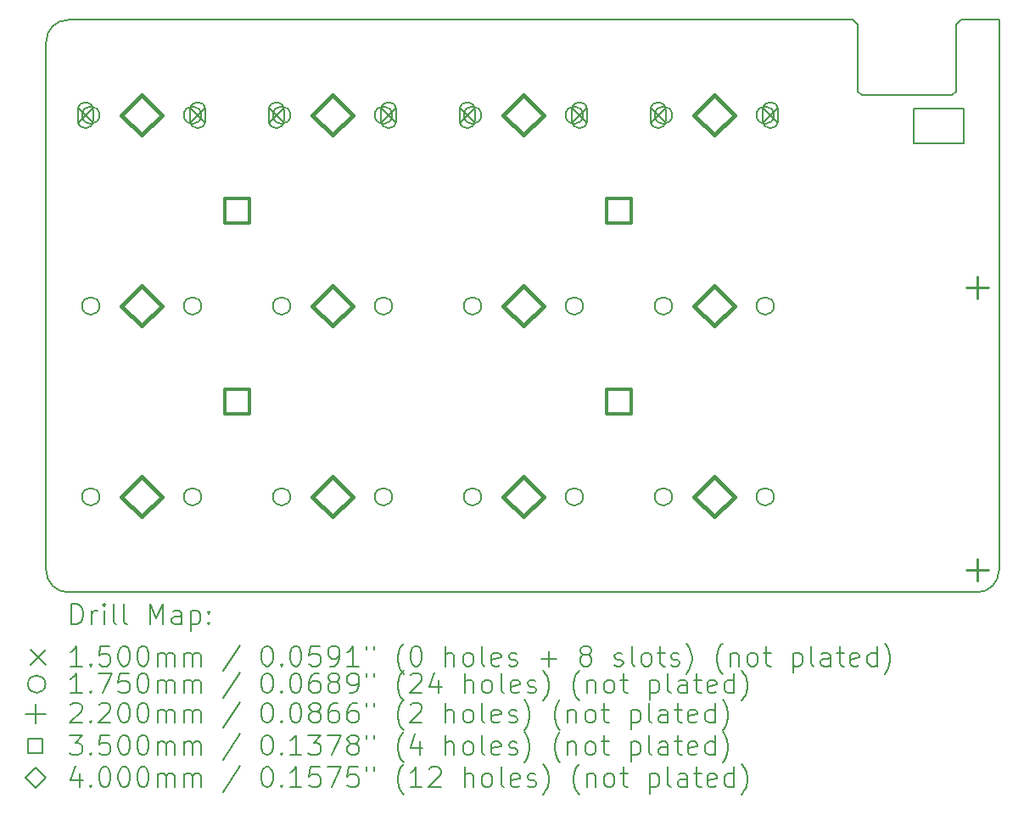
<source format=gbr>
%TF.GenerationSoftware,KiCad,Pcbnew,7.0.5*%
%TF.CreationDate,2023-11-04T19:54:28+08:00*%
%TF.ProjectId,Three2One,54687265-6532-44f6-9e65-2e6b69636164,rev?*%
%TF.SameCoordinates,Original*%
%TF.FileFunction,Drillmap*%
%TF.FilePolarity,Positive*%
%FSLAX45Y45*%
G04 Gerber Fmt 4.5, Leading zero omitted, Abs format (unit mm)*
G04 Created by KiCad (PCBNEW 7.0.5) date 2023-11-04 19:54:28*
%MOMM*%
%LPD*%
G01*
G04 APERTURE LIST*
%ADD10C,0.150000*%
%ADD11C,0.200000*%
%ADD12C,0.175000*%
%ADD13C,0.220000*%
%ADD14C,0.350000*%
%ADD15C,0.400000*%
G04 APERTURE END LIST*
D10*
X7231500Y-2572500D02*
X15061000Y-2572500D01*
X15111000Y-3287500D02*
X15151000Y-3327500D01*
X7011500Y-2792500D02*
X7011500Y-8067500D01*
X7011500Y-8067500D02*
G75*
G03*
X7231500Y-8287500I220000J0D01*
G01*
X15061000Y-2572500D02*
X15111000Y-2622500D01*
X15111000Y-2622500D02*
X15111000Y-3287500D01*
X16091000Y-2622500D02*
X16141000Y-2572500D01*
X16300500Y-8287500D02*
G75*
G03*
X16520500Y-8067500I0J220000D01*
G01*
X16520500Y-2572500D02*
X16141000Y-2572500D01*
X16051000Y-3327500D02*
X16091000Y-3287500D01*
X15151000Y-3327500D02*
X16051000Y-3327500D01*
X7231500Y-8287500D02*
X16300500Y-8287500D01*
X7231500Y-2572500D02*
G75*
G03*
X7011500Y-2792500I0J-220000D01*
G01*
X15666000Y-3457500D02*
X16166000Y-3457500D01*
X16166000Y-3807500D01*
X15666000Y-3807500D01*
X15666000Y-3457500D01*
X16091000Y-3287500D02*
X16091000Y-2622500D01*
X16520500Y-2572500D02*
X16520500Y-8067500D01*
D11*
D10*
X7329000Y-3450000D02*
X7479000Y-3600000D01*
X7479000Y-3450000D02*
X7329000Y-3600000D01*
D11*
X7479000Y-3580000D02*
X7479000Y-3470000D01*
X7479000Y-3470000D02*
G75*
G03*
X7329000Y-3470000I-75000J0D01*
G01*
X7329000Y-3470000D02*
X7329000Y-3580000D01*
X7329000Y-3580000D02*
G75*
G03*
X7479000Y-3580000I75000J0D01*
G01*
D10*
X8449000Y-3450000D02*
X8599000Y-3600000D01*
X8599000Y-3450000D02*
X8449000Y-3600000D01*
D11*
X8599000Y-3580000D02*
X8599000Y-3470000D01*
X8599000Y-3470000D02*
G75*
G03*
X8449000Y-3470000I-75000J0D01*
G01*
X8449000Y-3470000D02*
X8449000Y-3580000D01*
X8449000Y-3580000D02*
G75*
G03*
X8599000Y-3580000I75000J0D01*
G01*
D10*
X9234000Y-3450000D02*
X9384000Y-3600000D01*
X9384000Y-3450000D02*
X9234000Y-3600000D01*
D11*
X9384000Y-3580000D02*
X9384000Y-3470000D01*
X9384000Y-3470000D02*
G75*
G03*
X9234000Y-3470000I-75000J0D01*
G01*
X9234000Y-3470000D02*
X9234000Y-3580000D01*
X9234000Y-3580000D02*
G75*
G03*
X9384000Y-3580000I75000J0D01*
G01*
D10*
X10354000Y-3450000D02*
X10504000Y-3600000D01*
X10504000Y-3450000D02*
X10354000Y-3600000D01*
D11*
X10504000Y-3580000D02*
X10504000Y-3470000D01*
X10504000Y-3470000D02*
G75*
G03*
X10354000Y-3470000I-75000J0D01*
G01*
X10354000Y-3470000D02*
X10354000Y-3580000D01*
X10354000Y-3580000D02*
G75*
G03*
X10504000Y-3580000I75000J0D01*
G01*
D10*
X11139000Y-3450000D02*
X11289000Y-3600000D01*
X11289000Y-3450000D02*
X11139000Y-3600000D01*
D11*
X11289000Y-3580000D02*
X11289000Y-3470000D01*
X11289000Y-3470000D02*
G75*
G03*
X11139000Y-3470000I-75000J0D01*
G01*
X11139000Y-3470000D02*
X11139000Y-3580000D01*
X11139000Y-3580000D02*
G75*
G03*
X11289000Y-3580000I75000J0D01*
G01*
D10*
X12259000Y-3450000D02*
X12409000Y-3600000D01*
X12409000Y-3450000D02*
X12259000Y-3600000D01*
D11*
X12409000Y-3580000D02*
X12409000Y-3470000D01*
X12409000Y-3470000D02*
G75*
G03*
X12259000Y-3470000I-75000J0D01*
G01*
X12259000Y-3470000D02*
X12259000Y-3580000D01*
X12259000Y-3580000D02*
G75*
G03*
X12409000Y-3580000I75000J0D01*
G01*
D10*
X13044000Y-3450000D02*
X13194000Y-3600000D01*
X13194000Y-3450000D02*
X13044000Y-3600000D01*
D11*
X13194000Y-3580000D02*
X13194000Y-3470000D01*
X13194000Y-3470000D02*
G75*
G03*
X13044000Y-3470000I-75000J0D01*
G01*
X13044000Y-3470000D02*
X13044000Y-3580000D01*
X13044000Y-3580000D02*
G75*
G03*
X13194000Y-3580000I75000J0D01*
G01*
D10*
X14164000Y-3450000D02*
X14314000Y-3600000D01*
X14314000Y-3450000D02*
X14164000Y-3600000D01*
D11*
X14314000Y-3580000D02*
X14314000Y-3470000D01*
X14314000Y-3470000D02*
G75*
G03*
X14164000Y-3470000I-75000J0D01*
G01*
X14164000Y-3470000D02*
X14164000Y-3580000D01*
X14164000Y-3580000D02*
G75*
G03*
X14314000Y-3580000I75000J0D01*
G01*
D12*
X7543500Y-3525000D02*
G75*
G03*
X7543500Y-3525000I-87500J0D01*
G01*
X7543500Y-5430000D02*
G75*
G03*
X7543500Y-5430000I-87500J0D01*
G01*
X7543500Y-7335000D02*
G75*
G03*
X7543500Y-7335000I-87500J0D01*
G01*
X8559500Y-3525000D02*
G75*
G03*
X8559500Y-3525000I-87500J0D01*
G01*
X8559500Y-5430000D02*
G75*
G03*
X8559500Y-5430000I-87500J0D01*
G01*
X8559500Y-7335000D02*
G75*
G03*
X8559500Y-7335000I-87500J0D01*
G01*
X9448500Y-3525000D02*
G75*
G03*
X9448500Y-3525000I-87500J0D01*
G01*
X9448500Y-5430000D02*
G75*
G03*
X9448500Y-5430000I-87500J0D01*
G01*
X9448500Y-7335000D02*
G75*
G03*
X9448500Y-7335000I-87500J0D01*
G01*
X10464500Y-3525000D02*
G75*
G03*
X10464500Y-3525000I-87500J0D01*
G01*
X10464500Y-5430000D02*
G75*
G03*
X10464500Y-5430000I-87500J0D01*
G01*
X10464500Y-7335000D02*
G75*
G03*
X10464500Y-7335000I-87500J0D01*
G01*
X11353500Y-3525000D02*
G75*
G03*
X11353500Y-3525000I-87500J0D01*
G01*
X11353500Y-5430000D02*
G75*
G03*
X11353500Y-5430000I-87500J0D01*
G01*
X11353500Y-7335000D02*
G75*
G03*
X11353500Y-7335000I-87500J0D01*
G01*
X12369500Y-3525000D02*
G75*
G03*
X12369500Y-3525000I-87500J0D01*
G01*
X12369500Y-5430000D02*
G75*
G03*
X12369500Y-5430000I-87500J0D01*
G01*
X12369500Y-7335000D02*
G75*
G03*
X12369500Y-7335000I-87500J0D01*
G01*
X13258500Y-3525000D02*
G75*
G03*
X13258500Y-3525000I-87500J0D01*
G01*
X13258500Y-5430000D02*
G75*
G03*
X13258500Y-5430000I-87500J0D01*
G01*
X13258500Y-7335000D02*
G75*
G03*
X13258500Y-7335000I-87500J0D01*
G01*
X14274500Y-3525000D02*
G75*
G03*
X14274500Y-3525000I-87500J0D01*
G01*
X14274500Y-5430000D02*
G75*
G03*
X14274500Y-5430000I-87500J0D01*
G01*
X14274500Y-7335000D02*
G75*
G03*
X14274500Y-7335000I-87500J0D01*
G01*
D13*
X16300500Y-5137500D02*
X16300500Y-5357500D01*
X16190500Y-5247500D02*
X16410500Y-5247500D01*
X16300500Y-7957500D02*
X16300500Y-8177500D01*
X16190500Y-8067500D02*
X16410500Y-8067500D01*
D14*
X9040245Y-4601245D02*
X9040245Y-4353755D01*
X8792755Y-4353755D01*
X8792755Y-4601245D01*
X9040245Y-4601245D01*
X9040245Y-6506245D02*
X9040245Y-6258755D01*
X8792755Y-6258755D01*
X8792755Y-6506245D01*
X9040245Y-6506245D01*
X12850245Y-4601245D02*
X12850245Y-4353755D01*
X12602755Y-4353755D01*
X12602755Y-4601245D01*
X12850245Y-4601245D01*
X12850245Y-6506245D02*
X12850245Y-6258755D01*
X12602755Y-6258755D01*
X12602755Y-6506245D01*
X12850245Y-6506245D01*
D15*
X7964000Y-3725000D02*
X8164000Y-3525000D01*
X7964000Y-3325000D01*
X7764000Y-3525000D01*
X7964000Y-3725000D01*
X7964000Y-5630000D02*
X8164000Y-5430000D01*
X7964000Y-5230000D01*
X7764000Y-5430000D01*
X7964000Y-5630000D01*
X7964000Y-7535000D02*
X8164000Y-7335000D01*
X7964000Y-7135000D01*
X7764000Y-7335000D01*
X7964000Y-7535000D01*
X9869000Y-3725000D02*
X10069000Y-3525000D01*
X9869000Y-3325000D01*
X9669000Y-3525000D01*
X9869000Y-3725000D01*
X9869000Y-5630000D02*
X10069000Y-5430000D01*
X9869000Y-5230000D01*
X9669000Y-5430000D01*
X9869000Y-5630000D01*
X9869000Y-7535000D02*
X10069000Y-7335000D01*
X9869000Y-7135000D01*
X9669000Y-7335000D01*
X9869000Y-7535000D01*
X11774000Y-3725000D02*
X11974000Y-3525000D01*
X11774000Y-3325000D01*
X11574000Y-3525000D01*
X11774000Y-3725000D01*
X11774000Y-5630000D02*
X11974000Y-5430000D01*
X11774000Y-5230000D01*
X11574000Y-5430000D01*
X11774000Y-5630000D01*
X11774000Y-7535000D02*
X11974000Y-7335000D01*
X11774000Y-7135000D01*
X11574000Y-7335000D01*
X11774000Y-7535000D01*
X13679000Y-3725000D02*
X13879000Y-3525000D01*
X13679000Y-3325000D01*
X13479000Y-3525000D01*
X13679000Y-3725000D01*
X13679000Y-5630000D02*
X13879000Y-5430000D01*
X13679000Y-5230000D01*
X13479000Y-5430000D01*
X13679000Y-5630000D01*
X13679000Y-7535000D02*
X13879000Y-7335000D01*
X13679000Y-7135000D01*
X13479000Y-7335000D01*
X13679000Y-7535000D01*
D11*
X7264777Y-8606484D02*
X7264777Y-8406484D01*
X7264777Y-8406484D02*
X7312396Y-8406484D01*
X7312396Y-8406484D02*
X7340967Y-8416008D01*
X7340967Y-8416008D02*
X7360015Y-8435055D01*
X7360015Y-8435055D02*
X7369539Y-8454103D01*
X7369539Y-8454103D02*
X7379062Y-8492198D01*
X7379062Y-8492198D02*
X7379062Y-8520770D01*
X7379062Y-8520770D02*
X7369539Y-8558865D01*
X7369539Y-8558865D02*
X7360015Y-8577912D01*
X7360015Y-8577912D02*
X7340967Y-8596960D01*
X7340967Y-8596960D02*
X7312396Y-8606484D01*
X7312396Y-8606484D02*
X7264777Y-8606484D01*
X7464777Y-8606484D02*
X7464777Y-8473150D01*
X7464777Y-8511246D02*
X7474301Y-8492198D01*
X7474301Y-8492198D02*
X7483824Y-8482674D01*
X7483824Y-8482674D02*
X7502872Y-8473150D01*
X7502872Y-8473150D02*
X7521920Y-8473150D01*
X7588586Y-8606484D02*
X7588586Y-8473150D01*
X7588586Y-8406484D02*
X7579062Y-8416008D01*
X7579062Y-8416008D02*
X7588586Y-8425531D01*
X7588586Y-8425531D02*
X7598110Y-8416008D01*
X7598110Y-8416008D02*
X7588586Y-8406484D01*
X7588586Y-8406484D02*
X7588586Y-8425531D01*
X7712396Y-8606484D02*
X7693348Y-8596960D01*
X7693348Y-8596960D02*
X7683824Y-8577912D01*
X7683824Y-8577912D02*
X7683824Y-8406484D01*
X7817158Y-8606484D02*
X7798110Y-8596960D01*
X7798110Y-8596960D02*
X7788586Y-8577912D01*
X7788586Y-8577912D02*
X7788586Y-8406484D01*
X8045729Y-8606484D02*
X8045729Y-8406484D01*
X8045729Y-8406484D02*
X8112396Y-8549341D01*
X8112396Y-8549341D02*
X8179062Y-8406484D01*
X8179062Y-8406484D02*
X8179062Y-8606484D01*
X8360015Y-8606484D02*
X8360015Y-8501722D01*
X8360015Y-8501722D02*
X8350491Y-8482674D01*
X8350491Y-8482674D02*
X8331443Y-8473150D01*
X8331443Y-8473150D02*
X8293348Y-8473150D01*
X8293348Y-8473150D02*
X8274301Y-8482674D01*
X8360015Y-8596960D02*
X8340967Y-8606484D01*
X8340967Y-8606484D02*
X8293348Y-8606484D01*
X8293348Y-8606484D02*
X8274301Y-8596960D01*
X8274301Y-8596960D02*
X8264777Y-8577912D01*
X8264777Y-8577912D02*
X8264777Y-8558865D01*
X8264777Y-8558865D02*
X8274301Y-8539817D01*
X8274301Y-8539817D02*
X8293348Y-8530293D01*
X8293348Y-8530293D02*
X8340967Y-8530293D01*
X8340967Y-8530293D02*
X8360015Y-8520770D01*
X8455253Y-8473150D02*
X8455253Y-8673150D01*
X8455253Y-8482674D02*
X8474301Y-8473150D01*
X8474301Y-8473150D02*
X8512396Y-8473150D01*
X8512396Y-8473150D02*
X8531444Y-8482674D01*
X8531444Y-8482674D02*
X8540967Y-8492198D01*
X8540967Y-8492198D02*
X8550491Y-8511246D01*
X8550491Y-8511246D02*
X8550491Y-8568389D01*
X8550491Y-8568389D02*
X8540967Y-8587436D01*
X8540967Y-8587436D02*
X8531444Y-8596960D01*
X8531444Y-8596960D02*
X8512396Y-8606484D01*
X8512396Y-8606484D02*
X8474301Y-8606484D01*
X8474301Y-8606484D02*
X8455253Y-8596960D01*
X8636205Y-8587436D02*
X8645729Y-8596960D01*
X8645729Y-8596960D02*
X8636205Y-8606484D01*
X8636205Y-8606484D02*
X8626682Y-8596960D01*
X8626682Y-8596960D02*
X8636205Y-8587436D01*
X8636205Y-8587436D02*
X8636205Y-8606484D01*
X8636205Y-8482674D02*
X8645729Y-8492198D01*
X8645729Y-8492198D02*
X8636205Y-8501722D01*
X8636205Y-8501722D02*
X8626682Y-8492198D01*
X8626682Y-8492198D02*
X8636205Y-8482674D01*
X8636205Y-8482674D02*
X8636205Y-8501722D01*
D10*
X6854000Y-8860000D02*
X7004000Y-9010000D01*
X7004000Y-8860000D02*
X6854000Y-9010000D01*
D11*
X7369539Y-9026484D02*
X7255253Y-9026484D01*
X7312396Y-9026484D02*
X7312396Y-8826484D01*
X7312396Y-8826484D02*
X7293348Y-8855055D01*
X7293348Y-8855055D02*
X7274301Y-8874103D01*
X7274301Y-8874103D02*
X7255253Y-8883627D01*
X7455253Y-9007436D02*
X7464777Y-9016960D01*
X7464777Y-9016960D02*
X7455253Y-9026484D01*
X7455253Y-9026484D02*
X7445729Y-9016960D01*
X7445729Y-9016960D02*
X7455253Y-9007436D01*
X7455253Y-9007436D02*
X7455253Y-9026484D01*
X7645729Y-8826484D02*
X7550491Y-8826484D01*
X7550491Y-8826484D02*
X7540967Y-8921722D01*
X7540967Y-8921722D02*
X7550491Y-8912198D01*
X7550491Y-8912198D02*
X7569539Y-8902674D01*
X7569539Y-8902674D02*
X7617158Y-8902674D01*
X7617158Y-8902674D02*
X7636205Y-8912198D01*
X7636205Y-8912198D02*
X7645729Y-8921722D01*
X7645729Y-8921722D02*
X7655253Y-8940770D01*
X7655253Y-8940770D02*
X7655253Y-8988389D01*
X7655253Y-8988389D02*
X7645729Y-9007436D01*
X7645729Y-9007436D02*
X7636205Y-9016960D01*
X7636205Y-9016960D02*
X7617158Y-9026484D01*
X7617158Y-9026484D02*
X7569539Y-9026484D01*
X7569539Y-9026484D02*
X7550491Y-9016960D01*
X7550491Y-9016960D02*
X7540967Y-9007436D01*
X7779062Y-8826484D02*
X7798110Y-8826484D01*
X7798110Y-8826484D02*
X7817158Y-8836008D01*
X7817158Y-8836008D02*
X7826682Y-8845531D01*
X7826682Y-8845531D02*
X7836205Y-8864579D01*
X7836205Y-8864579D02*
X7845729Y-8902674D01*
X7845729Y-8902674D02*
X7845729Y-8950293D01*
X7845729Y-8950293D02*
X7836205Y-8988389D01*
X7836205Y-8988389D02*
X7826682Y-9007436D01*
X7826682Y-9007436D02*
X7817158Y-9016960D01*
X7817158Y-9016960D02*
X7798110Y-9026484D01*
X7798110Y-9026484D02*
X7779062Y-9026484D01*
X7779062Y-9026484D02*
X7760015Y-9016960D01*
X7760015Y-9016960D02*
X7750491Y-9007436D01*
X7750491Y-9007436D02*
X7740967Y-8988389D01*
X7740967Y-8988389D02*
X7731443Y-8950293D01*
X7731443Y-8950293D02*
X7731443Y-8902674D01*
X7731443Y-8902674D02*
X7740967Y-8864579D01*
X7740967Y-8864579D02*
X7750491Y-8845531D01*
X7750491Y-8845531D02*
X7760015Y-8836008D01*
X7760015Y-8836008D02*
X7779062Y-8826484D01*
X7969539Y-8826484D02*
X7988586Y-8826484D01*
X7988586Y-8826484D02*
X8007634Y-8836008D01*
X8007634Y-8836008D02*
X8017158Y-8845531D01*
X8017158Y-8845531D02*
X8026682Y-8864579D01*
X8026682Y-8864579D02*
X8036205Y-8902674D01*
X8036205Y-8902674D02*
X8036205Y-8950293D01*
X8036205Y-8950293D02*
X8026682Y-8988389D01*
X8026682Y-8988389D02*
X8017158Y-9007436D01*
X8017158Y-9007436D02*
X8007634Y-9016960D01*
X8007634Y-9016960D02*
X7988586Y-9026484D01*
X7988586Y-9026484D02*
X7969539Y-9026484D01*
X7969539Y-9026484D02*
X7950491Y-9016960D01*
X7950491Y-9016960D02*
X7940967Y-9007436D01*
X7940967Y-9007436D02*
X7931443Y-8988389D01*
X7931443Y-8988389D02*
X7921920Y-8950293D01*
X7921920Y-8950293D02*
X7921920Y-8902674D01*
X7921920Y-8902674D02*
X7931443Y-8864579D01*
X7931443Y-8864579D02*
X7940967Y-8845531D01*
X7940967Y-8845531D02*
X7950491Y-8836008D01*
X7950491Y-8836008D02*
X7969539Y-8826484D01*
X8121920Y-9026484D02*
X8121920Y-8893150D01*
X8121920Y-8912198D02*
X8131443Y-8902674D01*
X8131443Y-8902674D02*
X8150491Y-8893150D01*
X8150491Y-8893150D02*
X8179063Y-8893150D01*
X8179063Y-8893150D02*
X8198110Y-8902674D01*
X8198110Y-8902674D02*
X8207634Y-8921722D01*
X8207634Y-8921722D02*
X8207634Y-9026484D01*
X8207634Y-8921722D02*
X8217158Y-8902674D01*
X8217158Y-8902674D02*
X8236205Y-8893150D01*
X8236205Y-8893150D02*
X8264777Y-8893150D01*
X8264777Y-8893150D02*
X8283824Y-8902674D01*
X8283824Y-8902674D02*
X8293348Y-8921722D01*
X8293348Y-8921722D02*
X8293348Y-9026484D01*
X8388586Y-9026484D02*
X8388586Y-8893150D01*
X8388586Y-8912198D02*
X8398110Y-8902674D01*
X8398110Y-8902674D02*
X8417158Y-8893150D01*
X8417158Y-8893150D02*
X8445729Y-8893150D01*
X8445729Y-8893150D02*
X8464777Y-8902674D01*
X8464777Y-8902674D02*
X8474301Y-8921722D01*
X8474301Y-8921722D02*
X8474301Y-9026484D01*
X8474301Y-8921722D02*
X8483825Y-8902674D01*
X8483825Y-8902674D02*
X8502872Y-8893150D01*
X8502872Y-8893150D02*
X8531444Y-8893150D01*
X8531444Y-8893150D02*
X8550491Y-8902674D01*
X8550491Y-8902674D02*
X8560015Y-8921722D01*
X8560015Y-8921722D02*
X8560015Y-9026484D01*
X8950491Y-8816960D02*
X8779063Y-9074103D01*
X9207634Y-8826484D02*
X9226682Y-8826484D01*
X9226682Y-8826484D02*
X9245729Y-8836008D01*
X9245729Y-8836008D02*
X9255253Y-8845531D01*
X9255253Y-8845531D02*
X9264777Y-8864579D01*
X9264777Y-8864579D02*
X9274301Y-8902674D01*
X9274301Y-8902674D02*
X9274301Y-8950293D01*
X9274301Y-8950293D02*
X9264777Y-8988389D01*
X9264777Y-8988389D02*
X9255253Y-9007436D01*
X9255253Y-9007436D02*
X9245729Y-9016960D01*
X9245729Y-9016960D02*
X9226682Y-9026484D01*
X9226682Y-9026484D02*
X9207634Y-9026484D01*
X9207634Y-9026484D02*
X9188587Y-9016960D01*
X9188587Y-9016960D02*
X9179063Y-9007436D01*
X9179063Y-9007436D02*
X9169539Y-8988389D01*
X9169539Y-8988389D02*
X9160015Y-8950293D01*
X9160015Y-8950293D02*
X9160015Y-8902674D01*
X9160015Y-8902674D02*
X9169539Y-8864579D01*
X9169539Y-8864579D02*
X9179063Y-8845531D01*
X9179063Y-8845531D02*
X9188587Y-8836008D01*
X9188587Y-8836008D02*
X9207634Y-8826484D01*
X9360015Y-9007436D02*
X9369539Y-9016960D01*
X9369539Y-9016960D02*
X9360015Y-9026484D01*
X9360015Y-9026484D02*
X9350491Y-9016960D01*
X9350491Y-9016960D02*
X9360015Y-9007436D01*
X9360015Y-9007436D02*
X9360015Y-9026484D01*
X9493348Y-8826484D02*
X9512396Y-8826484D01*
X9512396Y-8826484D02*
X9531444Y-8836008D01*
X9531444Y-8836008D02*
X9540968Y-8845531D01*
X9540968Y-8845531D02*
X9550491Y-8864579D01*
X9550491Y-8864579D02*
X9560015Y-8902674D01*
X9560015Y-8902674D02*
X9560015Y-8950293D01*
X9560015Y-8950293D02*
X9550491Y-8988389D01*
X9550491Y-8988389D02*
X9540968Y-9007436D01*
X9540968Y-9007436D02*
X9531444Y-9016960D01*
X9531444Y-9016960D02*
X9512396Y-9026484D01*
X9512396Y-9026484D02*
X9493348Y-9026484D01*
X9493348Y-9026484D02*
X9474301Y-9016960D01*
X9474301Y-9016960D02*
X9464777Y-9007436D01*
X9464777Y-9007436D02*
X9455253Y-8988389D01*
X9455253Y-8988389D02*
X9445729Y-8950293D01*
X9445729Y-8950293D02*
X9445729Y-8902674D01*
X9445729Y-8902674D02*
X9455253Y-8864579D01*
X9455253Y-8864579D02*
X9464777Y-8845531D01*
X9464777Y-8845531D02*
X9474301Y-8836008D01*
X9474301Y-8836008D02*
X9493348Y-8826484D01*
X9740968Y-8826484D02*
X9645729Y-8826484D01*
X9645729Y-8826484D02*
X9636206Y-8921722D01*
X9636206Y-8921722D02*
X9645729Y-8912198D01*
X9645729Y-8912198D02*
X9664777Y-8902674D01*
X9664777Y-8902674D02*
X9712396Y-8902674D01*
X9712396Y-8902674D02*
X9731444Y-8912198D01*
X9731444Y-8912198D02*
X9740968Y-8921722D01*
X9740968Y-8921722D02*
X9750491Y-8940770D01*
X9750491Y-8940770D02*
X9750491Y-8988389D01*
X9750491Y-8988389D02*
X9740968Y-9007436D01*
X9740968Y-9007436D02*
X9731444Y-9016960D01*
X9731444Y-9016960D02*
X9712396Y-9026484D01*
X9712396Y-9026484D02*
X9664777Y-9026484D01*
X9664777Y-9026484D02*
X9645729Y-9016960D01*
X9645729Y-9016960D02*
X9636206Y-9007436D01*
X9845729Y-9026484D02*
X9883825Y-9026484D01*
X9883825Y-9026484D02*
X9902872Y-9016960D01*
X9902872Y-9016960D02*
X9912396Y-9007436D01*
X9912396Y-9007436D02*
X9931444Y-8978865D01*
X9931444Y-8978865D02*
X9940968Y-8940770D01*
X9940968Y-8940770D02*
X9940968Y-8864579D01*
X9940968Y-8864579D02*
X9931444Y-8845531D01*
X9931444Y-8845531D02*
X9921920Y-8836008D01*
X9921920Y-8836008D02*
X9902872Y-8826484D01*
X9902872Y-8826484D02*
X9864777Y-8826484D01*
X9864777Y-8826484D02*
X9845729Y-8836008D01*
X9845729Y-8836008D02*
X9836206Y-8845531D01*
X9836206Y-8845531D02*
X9826682Y-8864579D01*
X9826682Y-8864579D02*
X9826682Y-8912198D01*
X9826682Y-8912198D02*
X9836206Y-8931246D01*
X9836206Y-8931246D02*
X9845729Y-8940770D01*
X9845729Y-8940770D02*
X9864777Y-8950293D01*
X9864777Y-8950293D02*
X9902872Y-8950293D01*
X9902872Y-8950293D02*
X9921920Y-8940770D01*
X9921920Y-8940770D02*
X9931444Y-8931246D01*
X9931444Y-8931246D02*
X9940968Y-8912198D01*
X10131444Y-9026484D02*
X10017158Y-9026484D01*
X10074301Y-9026484D02*
X10074301Y-8826484D01*
X10074301Y-8826484D02*
X10055253Y-8855055D01*
X10055253Y-8855055D02*
X10036206Y-8874103D01*
X10036206Y-8874103D02*
X10017158Y-8883627D01*
X10207634Y-8826484D02*
X10207634Y-8864579D01*
X10283825Y-8826484D02*
X10283825Y-8864579D01*
X10579063Y-9102674D02*
X10569539Y-9093150D01*
X10569539Y-9093150D02*
X10550491Y-9064579D01*
X10550491Y-9064579D02*
X10540968Y-9045531D01*
X10540968Y-9045531D02*
X10531444Y-9016960D01*
X10531444Y-9016960D02*
X10521920Y-8969341D01*
X10521920Y-8969341D02*
X10521920Y-8931246D01*
X10521920Y-8931246D02*
X10531444Y-8883627D01*
X10531444Y-8883627D02*
X10540968Y-8855055D01*
X10540968Y-8855055D02*
X10550491Y-8836008D01*
X10550491Y-8836008D02*
X10569539Y-8807436D01*
X10569539Y-8807436D02*
X10579063Y-8797912D01*
X10693349Y-8826484D02*
X10712396Y-8826484D01*
X10712396Y-8826484D02*
X10731444Y-8836008D01*
X10731444Y-8836008D02*
X10740968Y-8845531D01*
X10740968Y-8845531D02*
X10750491Y-8864579D01*
X10750491Y-8864579D02*
X10760015Y-8902674D01*
X10760015Y-8902674D02*
X10760015Y-8950293D01*
X10760015Y-8950293D02*
X10750491Y-8988389D01*
X10750491Y-8988389D02*
X10740968Y-9007436D01*
X10740968Y-9007436D02*
X10731444Y-9016960D01*
X10731444Y-9016960D02*
X10712396Y-9026484D01*
X10712396Y-9026484D02*
X10693349Y-9026484D01*
X10693349Y-9026484D02*
X10674301Y-9016960D01*
X10674301Y-9016960D02*
X10664777Y-9007436D01*
X10664777Y-9007436D02*
X10655253Y-8988389D01*
X10655253Y-8988389D02*
X10645730Y-8950293D01*
X10645730Y-8950293D02*
X10645730Y-8902674D01*
X10645730Y-8902674D02*
X10655253Y-8864579D01*
X10655253Y-8864579D02*
X10664777Y-8845531D01*
X10664777Y-8845531D02*
X10674301Y-8836008D01*
X10674301Y-8836008D02*
X10693349Y-8826484D01*
X10998111Y-9026484D02*
X10998111Y-8826484D01*
X11083825Y-9026484D02*
X11083825Y-8921722D01*
X11083825Y-8921722D02*
X11074301Y-8902674D01*
X11074301Y-8902674D02*
X11055253Y-8893150D01*
X11055253Y-8893150D02*
X11026682Y-8893150D01*
X11026682Y-8893150D02*
X11007634Y-8902674D01*
X11007634Y-8902674D02*
X10998111Y-8912198D01*
X11207634Y-9026484D02*
X11188587Y-9016960D01*
X11188587Y-9016960D02*
X11179063Y-9007436D01*
X11179063Y-9007436D02*
X11169539Y-8988389D01*
X11169539Y-8988389D02*
X11169539Y-8931246D01*
X11169539Y-8931246D02*
X11179063Y-8912198D01*
X11179063Y-8912198D02*
X11188587Y-8902674D01*
X11188587Y-8902674D02*
X11207634Y-8893150D01*
X11207634Y-8893150D02*
X11236206Y-8893150D01*
X11236206Y-8893150D02*
X11255253Y-8902674D01*
X11255253Y-8902674D02*
X11264777Y-8912198D01*
X11264777Y-8912198D02*
X11274301Y-8931246D01*
X11274301Y-8931246D02*
X11274301Y-8988389D01*
X11274301Y-8988389D02*
X11264777Y-9007436D01*
X11264777Y-9007436D02*
X11255253Y-9016960D01*
X11255253Y-9016960D02*
X11236206Y-9026484D01*
X11236206Y-9026484D02*
X11207634Y-9026484D01*
X11388587Y-9026484D02*
X11369539Y-9016960D01*
X11369539Y-9016960D02*
X11360015Y-8997912D01*
X11360015Y-8997912D02*
X11360015Y-8826484D01*
X11540968Y-9016960D02*
X11521920Y-9026484D01*
X11521920Y-9026484D02*
X11483825Y-9026484D01*
X11483825Y-9026484D02*
X11464777Y-9016960D01*
X11464777Y-9016960D02*
X11455253Y-8997912D01*
X11455253Y-8997912D02*
X11455253Y-8921722D01*
X11455253Y-8921722D02*
X11464777Y-8902674D01*
X11464777Y-8902674D02*
X11483825Y-8893150D01*
X11483825Y-8893150D02*
X11521920Y-8893150D01*
X11521920Y-8893150D02*
X11540968Y-8902674D01*
X11540968Y-8902674D02*
X11550491Y-8921722D01*
X11550491Y-8921722D02*
X11550491Y-8940770D01*
X11550491Y-8940770D02*
X11455253Y-8959817D01*
X11626682Y-9016960D02*
X11645730Y-9026484D01*
X11645730Y-9026484D02*
X11683825Y-9026484D01*
X11683825Y-9026484D02*
X11702872Y-9016960D01*
X11702872Y-9016960D02*
X11712396Y-8997912D01*
X11712396Y-8997912D02*
X11712396Y-8988389D01*
X11712396Y-8988389D02*
X11702872Y-8969341D01*
X11702872Y-8969341D02*
X11683825Y-8959817D01*
X11683825Y-8959817D02*
X11655253Y-8959817D01*
X11655253Y-8959817D02*
X11636206Y-8950293D01*
X11636206Y-8950293D02*
X11626682Y-8931246D01*
X11626682Y-8931246D02*
X11626682Y-8921722D01*
X11626682Y-8921722D02*
X11636206Y-8902674D01*
X11636206Y-8902674D02*
X11655253Y-8893150D01*
X11655253Y-8893150D02*
X11683825Y-8893150D01*
X11683825Y-8893150D02*
X11702872Y-8902674D01*
X11950492Y-8950293D02*
X12102873Y-8950293D01*
X12026682Y-9026484D02*
X12026682Y-8874103D01*
X12379063Y-8912198D02*
X12360015Y-8902674D01*
X12360015Y-8902674D02*
X12350492Y-8893150D01*
X12350492Y-8893150D02*
X12340968Y-8874103D01*
X12340968Y-8874103D02*
X12340968Y-8864579D01*
X12340968Y-8864579D02*
X12350492Y-8845531D01*
X12350492Y-8845531D02*
X12360015Y-8836008D01*
X12360015Y-8836008D02*
X12379063Y-8826484D01*
X12379063Y-8826484D02*
X12417158Y-8826484D01*
X12417158Y-8826484D02*
X12436206Y-8836008D01*
X12436206Y-8836008D02*
X12445730Y-8845531D01*
X12445730Y-8845531D02*
X12455253Y-8864579D01*
X12455253Y-8864579D02*
X12455253Y-8874103D01*
X12455253Y-8874103D02*
X12445730Y-8893150D01*
X12445730Y-8893150D02*
X12436206Y-8902674D01*
X12436206Y-8902674D02*
X12417158Y-8912198D01*
X12417158Y-8912198D02*
X12379063Y-8912198D01*
X12379063Y-8912198D02*
X12360015Y-8921722D01*
X12360015Y-8921722D02*
X12350492Y-8931246D01*
X12350492Y-8931246D02*
X12340968Y-8950293D01*
X12340968Y-8950293D02*
X12340968Y-8988389D01*
X12340968Y-8988389D02*
X12350492Y-9007436D01*
X12350492Y-9007436D02*
X12360015Y-9016960D01*
X12360015Y-9016960D02*
X12379063Y-9026484D01*
X12379063Y-9026484D02*
X12417158Y-9026484D01*
X12417158Y-9026484D02*
X12436206Y-9016960D01*
X12436206Y-9016960D02*
X12445730Y-9007436D01*
X12445730Y-9007436D02*
X12455253Y-8988389D01*
X12455253Y-8988389D02*
X12455253Y-8950293D01*
X12455253Y-8950293D02*
X12445730Y-8931246D01*
X12445730Y-8931246D02*
X12436206Y-8921722D01*
X12436206Y-8921722D02*
X12417158Y-8912198D01*
X12683825Y-9016960D02*
X12702873Y-9026484D01*
X12702873Y-9026484D02*
X12740968Y-9026484D01*
X12740968Y-9026484D02*
X12760015Y-9016960D01*
X12760015Y-9016960D02*
X12769539Y-8997912D01*
X12769539Y-8997912D02*
X12769539Y-8988389D01*
X12769539Y-8988389D02*
X12760015Y-8969341D01*
X12760015Y-8969341D02*
X12740968Y-8959817D01*
X12740968Y-8959817D02*
X12712396Y-8959817D01*
X12712396Y-8959817D02*
X12693349Y-8950293D01*
X12693349Y-8950293D02*
X12683825Y-8931246D01*
X12683825Y-8931246D02*
X12683825Y-8921722D01*
X12683825Y-8921722D02*
X12693349Y-8902674D01*
X12693349Y-8902674D02*
X12712396Y-8893150D01*
X12712396Y-8893150D02*
X12740968Y-8893150D01*
X12740968Y-8893150D02*
X12760015Y-8902674D01*
X12883825Y-9026484D02*
X12864777Y-9016960D01*
X12864777Y-9016960D02*
X12855254Y-8997912D01*
X12855254Y-8997912D02*
X12855254Y-8826484D01*
X12988587Y-9026484D02*
X12969539Y-9016960D01*
X12969539Y-9016960D02*
X12960015Y-9007436D01*
X12960015Y-9007436D02*
X12950492Y-8988389D01*
X12950492Y-8988389D02*
X12950492Y-8931246D01*
X12950492Y-8931246D02*
X12960015Y-8912198D01*
X12960015Y-8912198D02*
X12969539Y-8902674D01*
X12969539Y-8902674D02*
X12988587Y-8893150D01*
X12988587Y-8893150D02*
X13017158Y-8893150D01*
X13017158Y-8893150D02*
X13036206Y-8902674D01*
X13036206Y-8902674D02*
X13045730Y-8912198D01*
X13045730Y-8912198D02*
X13055254Y-8931246D01*
X13055254Y-8931246D02*
X13055254Y-8988389D01*
X13055254Y-8988389D02*
X13045730Y-9007436D01*
X13045730Y-9007436D02*
X13036206Y-9016960D01*
X13036206Y-9016960D02*
X13017158Y-9026484D01*
X13017158Y-9026484D02*
X12988587Y-9026484D01*
X13112396Y-8893150D02*
X13188587Y-8893150D01*
X13140968Y-8826484D02*
X13140968Y-8997912D01*
X13140968Y-8997912D02*
X13150492Y-9016960D01*
X13150492Y-9016960D02*
X13169539Y-9026484D01*
X13169539Y-9026484D02*
X13188587Y-9026484D01*
X13245730Y-9016960D02*
X13264777Y-9026484D01*
X13264777Y-9026484D02*
X13302873Y-9026484D01*
X13302873Y-9026484D02*
X13321920Y-9016960D01*
X13321920Y-9016960D02*
X13331444Y-8997912D01*
X13331444Y-8997912D02*
X13331444Y-8988389D01*
X13331444Y-8988389D02*
X13321920Y-8969341D01*
X13321920Y-8969341D02*
X13302873Y-8959817D01*
X13302873Y-8959817D02*
X13274301Y-8959817D01*
X13274301Y-8959817D02*
X13255254Y-8950293D01*
X13255254Y-8950293D02*
X13245730Y-8931246D01*
X13245730Y-8931246D02*
X13245730Y-8921722D01*
X13245730Y-8921722D02*
X13255254Y-8902674D01*
X13255254Y-8902674D02*
X13274301Y-8893150D01*
X13274301Y-8893150D02*
X13302873Y-8893150D01*
X13302873Y-8893150D02*
X13321920Y-8902674D01*
X13398111Y-9102674D02*
X13407635Y-9093150D01*
X13407635Y-9093150D02*
X13426682Y-9064579D01*
X13426682Y-9064579D02*
X13436206Y-9045531D01*
X13436206Y-9045531D02*
X13445730Y-9016960D01*
X13445730Y-9016960D02*
X13455254Y-8969341D01*
X13455254Y-8969341D02*
X13455254Y-8931246D01*
X13455254Y-8931246D02*
X13445730Y-8883627D01*
X13445730Y-8883627D02*
X13436206Y-8855055D01*
X13436206Y-8855055D02*
X13426682Y-8836008D01*
X13426682Y-8836008D02*
X13407635Y-8807436D01*
X13407635Y-8807436D02*
X13398111Y-8797912D01*
X13760016Y-9102674D02*
X13750492Y-9093150D01*
X13750492Y-9093150D02*
X13731444Y-9064579D01*
X13731444Y-9064579D02*
X13721920Y-9045531D01*
X13721920Y-9045531D02*
X13712396Y-9016960D01*
X13712396Y-9016960D02*
X13702873Y-8969341D01*
X13702873Y-8969341D02*
X13702873Y-8931246D01*
X13702873Y-8931246D02*
X13712396Y-8883627D01*
X13712396Y-8883627D02*
X13721920Y-8855055D01*
X13721920Y-8855055D02*
X13731444Y-8836008D01*
X13731444Y-8836008D02*
X13750492Y-8807436D01*
X13750492Y-8807436D02*
X13760016Y-8797912D01*
X13836206Y-8893150D02*
X13836206Y-9026484D01*
X13836206Y-8912198D02*
X13845730Y-8902674D01*
X13845730Y-8902674D02*
X13864777Y-8893150D01*
X13864777Y-8893150D02*
X13893349Y-8893150D01*
X13893349Y-8893150D02*
X13912396Y-8902674D01*
X13912396Y-8902674D02*
X13921920Y-8921722D01*
X13921920Y-8921722D02*
X13921920Y-9026484D01*
X14045730Y-9026484D02*
X14026682Y-9016960D01*
X14026682Y-9016960D02*
X14017158Y-9007436D01*
X14017158Y-9007436D02*
X14007635Y-8988389D01*
X14007635Y-8988389D02*
X14007635Y-8931246D01*
X14007635Y-8931246D02*
X14017158Y-8912198D01*
X14017158Y-8912198D02*
X14026682Y-8902674D01*
X14026682Y-8902674D02*
X14045730Y-8893150D01*
X14045730Y-8893150D02*
X14074301Y-8893150D01*
X14074301Y-8893150D02*
X14093349Y-8902674D01*
X14093349Y-8902674D02*
X14102873Y-8912198D01*
X14102873Y-8912198D02*
X14112396Y-8931246D01*
X14112396Y-8931246D02*
X14112396Y-8988389D01*
X14112396Y-8988389D02*
X14102873Y-9007436D01*
X14102873Y-9007436D02*
X14093349Y-9016960D01*
X14093349Y-9016960D02*
X14074301Y-9026484D01*
X14074301Y-9026484D02*
X14045730Y-9026484D01*
X14169539Y-8893150D02*
X14245730Y-8893150D01*
X14198111Y-8826484D02*
X14198111Y-8997912D01*
X14198111Y-8997912D02*
X14207635Y-9016960D01*
X14207635Y-9016960D02*
X14226682Y-9026484D01*
X14226682Y-9026484D02*
X14245730Y-9026484D01*
X14464777Y-8893150D02*
X14464777Y-9093150D01*
X14464777Y-8902674D02*
X14483825Y-8893150D01*
X14483825Y-8893150D02*
X14521920Y-8893150D01*
X14521920Y-8893150D02*
X14540968Y-8902674D01*
X14540968Y-8902674D02*
X14550492Y-8912198D01*
X14550492Y-8912198D02*
X14560016Y-8931246D01*
X14560016Y-8931246D02*
X14560016Y-8988389D01*
X14560016Y-8988389D02*
X14550492Y-9007436D01*
X14550492Y-9007436D02*
X14540968Y-9016960D01*
X14540968Y-9016960D02*
X14521920Y-9026484D01*
X14521920Y-9026484D02*
X14483825Y-9026484D01*
X14483825Y-9026484D02*
X14464777Y-9016960D01*
X14674301Y-9026484D02*
X14655254Y-9016960D01*
X14655254Y-9016960D02*
X14645730Y-8997912D01*
X14645730Y-8997912D02*
X14645730Y-8826484D01*
X14836206Y-9026484D02*
X14836206Y-8921722D01*
X14836206Y-8921722D02*
X14826682Y-8902674D01*
X14826682Y-8902674D02*
X14807635Y-8893150D01*
X14807635Y-8893150D02*
X14769539Y-8893150D01*
X14769539Y-8893150D02*
X14750492Y-8902674D01*
X14836206Y-9016960D02*
X14817158Y-9026484D01*
X14817158Y-9026484D02*
X14769539Y-9026484D01*
X14769539Y-9026484D02*
X14750492Y-9016960D01*
X14750492Y-9016960D02*
X14740968Y-8997912D01*
X14740968Y-8997912D02*
X14740968Y-8978865D01*
X14740968Y-8978865D02*
X14750492Y-8959817D01*
X14750492Y-8959817D02*
X14769539Y-8950293D01*
X14769539Y-8950293D02*
X14817158Y-8950293D01*
X14817158Y-8950293D02*
X14836206Y-8940770D01*
X14902873Y-8893150D02*
X14979063Y-8893150D01*
X14931444Y-8826484D02*
X14931444Y-8997912D01*
X14931444Y-8997912D02*
X14940968Y-9016960D01*
X14940968Y-9016960D02*
X14960016Y-9026484D01*
X14960016Y-9026484D02*
X14979063Y-9026484D01*
X15121920Y-9016960D02*
X15102873Y-9026484D01*
X15102873Y-9026484D02*
X15064777Y-9026484D01*
X15064777Y-9026484D02*
X15045730Y-9016960D01*
X15045730Y-9016960D02*
X15036206Y-8997912D01*
X15036206Y-8997912D02*
X15036206Y-8921722D01*
X15036206Y-8921722D02*
X15045730Y-8902674D01*
X15045730Y-8902674D02*
X15064777Y-8893150D01*
X15064777Y-8893150D02*
X15102873Y-8893150D01*
X15102873Y-8893150D02*
X15121920Y-8902674D01*
X15121920Y-8902674D02*
X15131444Y-8921722D01*
X15131444Y-8921722D02*
X15131444Y-8940770D01*
X15131444Y-8940770D02*
X15036206Y-8959817D01*
X15302873Y-9026484D02*
X15302873Y-8826484D01*
X15302873Y-9016960D02*
X15283825Y-9026484D01*
X15283825Y-9026484D02*
X15245730Y-9026484D01*
X15245730Y-9026484D02*
X15226682Y-9016960D01*
X15226682Y-9016960D02*
X15217158Y-9007436D01*
X15217158Y-9007436D02*
X15207635Y-8988389D01*
X15207635Y-8988389D02*
X15207635Y-8931246D01*
X15207635Y-8931246D02*
X15217158Y-8912198D01*
X15217158Y-8912198D02*
X15226682Y-8902674D01*
X15226682Y-8902674D02*
X15245730Y-8893150D01*
X15245730Y-8893150D02*
X15283825Y-8893150D01*
X15283825Y-8893150D02*
X15302873Y-8902674D01*
X15379063Y-9102674D02*
X15388587Y-9093150D01*
X15388587Y-9093150D02*
X15407635Y-9064579D01*
X15407635Y-9064579D02*
X15417158Y-9045531D01*
X15417158Y-9045531D02*
X15426682Y-9016960D01*
X15426682Y-9016960D02*
X15436206Y-8969341D01*
X15436206Y-8969341D02*
X15436206Y-8931246D01*
X15436206Y-8931246D02*
X15426682Y-8883627D01*
X15426682Y-8883627D02*
X15417158Y-8855055D01*
X15417158Y-8855055D02*
X15407635Y-8836008D01*
X15407635Y-8836008D02*
X15388587Y-8807436D01*
X15388587Y-8807436D02*
X15379063Y-8797912D01*
D12*
X7004000Y-9205000D02*
G75*
G03*
X7004000Y-9205000I-87500J0D01*
G01*
D11*
X7369539Y-9296484D02*
X7255253Y-9296484D01*
X7312396Y-9296484D02*
X7312396Y-9096484D01*
X7312396Y-9096484D02*
X7293348Y-9125055D01*
X7293348Y-9125055D02*
X7274301Y-9144103D01*
X7274301Y-9144103D02*
X7255253Y-9153627D01*
X7455253Y-9277436D02*
X7464777Y-9286960D01*
X7464777Y-9286960D02*
X7455253Y-9296484D01*
X7455253Y-9296484D02*
X7445729Y-9286960D01*
X7445729Y-9286960D02*
X7455253Y-9277436D01*
X7455253Y-9277436D02*
X7455253Y-9296484D01*
X7531443Y-9096484D02*
X7664777Y-9096484D01*
X7664777Y-9096484D02*
X7579062Y-9296484D01*
X7836205Y-9096484D02*
X7740967Y-9096484D01*
X7740967Y-9096484D02*
X7731443Y-9191722D01*
X7731443Y-9191722D02*
X7740967Y-9182198D01*
X7740967Y-9182198D02*
X7760015Y-9172674D01*
X7760015Y-9172674D02*
X7807634Y-9172674D01*
X7807634Y-9172674D02*
X7826682Y-9182198D01*
X7826682Y-9182198D02*
X7836205Y-9191722D01*
X7836205Y-9191722D02*
X7845729Y-9210770D01*
X7845729Y-9210770D02*
X7845729Y-9258389D01*
X7845729Y-9258389D02*
X7836205Y-9277436D01*
X7836205Y-9277436D02*
X7826682Y-9286960D01*
X7826682Y-9286960D02*
X7807634Y-9296484D01*
X7807634Y-9296484D02*
X7760015Y-9296484D01*
X7760015Y-9296484D02*
X7740967Y-9286960D01*
X7740967Y-9286960D02*
X7731443Y-9277436D01*
X7969539Y-9096484D02*
X7988586Y-9096484D01*
X7988586Y-9096484D02*
X8007634Y-9106008D01*
X8007634Y-9106008D02*
X8017158Y-9115531D01*
X8017158Y-9115531D02*
X8026682Y-9134579D01*
X8026682Y-9134579D02*
X8036205Y-9172674D01*
X8036205Y-9172674D02*
X8036205Y-9220293D01*
X8036205Y-9220293D02*
X8026682Y-9258389D01*
X8026682Y-9258389D02*
X8017158Y-9277436D01*
X8017158Y-9277436D02*
X8007634Y-9286960D01*
X8007634Y-9286960D02*
X7988586Y-9296484D01*
X7988586Y-9296484D02*
X7969539Y-9296484D01*
X7969539Y-9296484D02*
X7950491Y-9286960D01*
X7950491Y-9286960D02*
X7940967Y-9277436D01*
X7940967Y-9277436D02*
X7931443Y-9258389D01*
X7931443Y-9258389D02*
X7921920Y-9220293D01*
X7921920Y-9220293D02*
X7921920Y-9172674D01*
X7921920Y-9172674D02*
X7931443Y-9134579D01*
X7931443Y-9134579D02*
X7940967Y-9115531D01*
X7940967Y-9115531D02*
X7950491Y-9106008D01*
X7950491Y-9106008D02*
X7969539Y-9096484D01*
X8121920Y-9296484D02*
X8121920Y-9163150D01*
X8121920Y-9182198D02*
X8131443Y-9172674D01*
X8131443Y-9172674D02*
X8150491Y-9163150D01*
X8150491Y-9163150D02*
X8179063Y-9163150D01*
X8179063Y-9163150D02*
X8198110Y-9172674D01*
X8198110Y-9172674D02*
X8207634Y-9191722D01*
X8207634Y-9191722D02*
X8207634Y-9296484D01*
X8207634Y-9191722D02*
X8217158Y-9172674D01*
X8217158Y-9172674D02*
X8236205Y-9163150D01*
X8236205Y-9163150D02*
X8264777Y-9163150D01*
X8264777Y-9163150D02*
X8283824Y-9172674D01*
X8283824Y-9172674D02*
X8293348Y-9191722D01*
X8293348Y-9191722D02*
X8293348Y-9296484D01*
X8388586Y-9296484D02*
X8388586Y-9163150D01*
X8388586Y-9182198D02*
X8398110Y-9172674D01*
X8398110Y-9172674D02*
X8417158Y-9163150D01*
X8417158Y-9163150D02*
X8445729Y-9163150D01*
X8445729Y-9163150D02*
X8464777Y-9172674D01*
X8464777Y-9172674D02*
X8474301Y-9191722D01*
X8474301Y-9191722D02*
X8474301Y-9296484D01*
X8474301Y-9191722D02*
X8483825Y-9172674D01*
X8483825Y-9172674D02*
X8502872Y-9163150D01*
X8502872Y-9163150D02*
X8531444Y-9163150D01*
X8531444Y-9163150D02*
X8550491Y-9172674D01*
X8550491Y-9172674D02*
X8560015Y-9191722D01*
X8560015Y-9191722D02*
X8560015Y-9296484D01*
X8950491Y-9086960D02*
X8779063Y-9344103D01*
X9207634Y-9096484D02*
X9226682Y-9096484D01*
X9226682Y-9096484D02*
X9245729Y-9106008D01*
X9245729Y-9106008D02*
X9255253Y-9115531D01*
X9255253Y-9115531D02*
X9264777Y-9134579D01*
X9264777Y-9134579D02*
X9274301Y-9172674D01*
X9274301Y-9172674D02*
X9274301Y-9220293D01*
X9274301Y-9220293D02*
X9264777Y-9258389D01*
X9264777Y-9258389D02*
X9255253Y-9277436D01*
X9255253Y-9277436D02*
X9245729Y-9286960D01*
X9245729Y-9286960D02*
X9226682Y-9296484D01*
X9226682Y-9296484D02*
X9207634Y-9296484D01*
X9207634Y-9296484D02*
X9188587Y-9286960D01*
X9188587Y-9286960D02*
X9179063Y-9277436D01*
X9179063Y-9277436D02*
X9169539Y-9258389D01*
X9169539Y-9258389D02*
X9160015Y-9220293D01*
X9160015Y-9220293D02*
X9160015Y-9172674D01*
X9160015Y-9172674D02*
X9169539Y-9134579D01*
X9169539Y-9134579D02*
X9179063Y-9115531D01*
X9179063Y-9115531D02*
X9188587Y-9106008D01*
X9188587Y-9106008D02*
X9207634Y-9096484D01*
X9360015Y-9277436D02*
X9369539Y-9286960D01*
X9369539Y-9286960D02*
X9360015Y-9296484D01*
X9360015Y-9296484D02*
X9350491Y-9286960D01*
X9350491Y-9286960D02*
X9360015Y-9277436D01*
X9360015Y-9277436D02*
X9360015Y-9296484D01*
X9493348Y-9096484D02*
X9512396Y-9096484D01*
X9512396Y-9096484D02*
X9531444Y-9106008D01*
X9531444Y-9106008D02*
X9540968Y-9115531D01*
X9540968Y-9115531D02*
X9550491Y-9134579D01*
X9550491Y-9134579D02*
X9560015Y-9172674D01*
X9560015Y-9172674D02*
X9560015Y-9220293D01*
X9560015Y-9220293D02*
X9550491Y-9258389D01*
X9550491Y-9258389D02*
X9540968Y-9277436D01*
X9540968Y-9277436D02*
X9531444Y-9286960D01*
X9531444Y-9286960D02*
X9512396Y-9296484D01*
X9512396Y-9296484D02*
X9493348Y-9296484D01*
X9493348Y-9296484D02*
X9474301Y-9286960D01*
X9474301Y-9286960D02*
X9464777Y-9277436D01*
X9464777Y-9277436D02*
X9455253Y-9258389D01*
X9455253Y-9258389D02*
X9445729Y-9220293D01*
X9445729Y-9220293D02*
X9445729Y-9172674D01*
X9445729Y-9172674D02*
X9455253Y-9134579D01*
X9455253Y-9134579D02*
X9464777Y-9115531D01*
X9464777Y-9115531D02*
X9474301Y-9106008D01*
X9474301Y-9106008D02*
X9493348Y-9096484D01*
X9731444Y-9096484D02*
X9693348Y-9096484D01*
X9693348Y-9096484D02*
X9674301Y-9106008D01*
X9674301Y-9106008D02*
X9664777Y-9115531D01*
X9664777Y-9115531D02*
X9645729Y-9144103D01*
X9645729Y-9144103D02*
X9636206Y-9182198D01*
X9636206Y-9182198D02*
X9636206Y-9258389D01*
X9636206Y-9258389D02*
X9645729Y-9277436D01*
X9645729Y-9277436D02*
X9655253Y-9286960D01*
X9655253Y-9286960D02*
X9674301Y-9296484D01*
X9674301Y-9296484D02*
X9712396Y-9296484D01*
X9712396Y-9296484D02*
X9731444Y-9286960D01*
X9731444Y-9286960D02*
X9740968Y-9277436D01*
X9740968Y-9277436D02*
X9750491Y-9258389D01*
X9750491Y-9258389D02*
X9750491Y-9210770D01*
X9750491Y-9210770D02*
X9740968Y-9191722D01*
X9740968Y-9191722D02*
X9731444Y-9182198D01*
X9731444Y-9182198D02*
X9712396Y-9172674D01*
X9712396Y-9172674D02*
X9674301Y-9172674D01*
X9674301Y-9172674D02*
X9655253Y-9182198D01*
X9655253Y-9182198D02*
X9645729Y-9191722D01*
X9645729Y-9191722D02*
X9636206Y-9210770D01*
X9864777Y-9182198D02*
X9845729Y-9172674D01*
X9845729Y-9172674D02*
X9836206Y-9163150D01*
X9836206Y-9163150D02*
X9826682Y-9144103D01*
X9826682Y-9144103D02*
X9826682Y-9134579D01*
X9826682Y-9134579D02*
X9836206Y-9115531D01*
X9836206Y-9115531D02*
X9845729Y-9106008D01*
X9845729Y-9106008D02*
X9864777Y-9096484D01*
X9864777Y-9096484D02*
X9902872Y-9096484D01*
X9902872Y-9096484D02*
X9921920Y-9106008D01*
X9921920Y-9106008D02*
X9931444Y-9115531D01*
X9931444Y-9115531D02*
X9940968Y-9134579D01*
X9940968Y-9134579D02*
X9940968Y-9144103D01*
X9940968Y-9144103D02*
X9931444Y-9163150D01*
X9931444Y-9163150D02*
X9921920Y-9172674D01*
X9921920Y-9172674D02*
X9902872Y-9182198D01*
X9902872Y-9182198D02*
X9864777Y-9182198D01*
X9864777Y-9182198D02*
X9845729Y-9191722D01*
X9845729Y-9191722D02*
X9836206Y-9201246D01*
X9836206Y-9201246D02*
X9826682Y-9220293D01*
X9826682Y-9220293D02*
X9826682Y-9258389D01*
X9826682Y-9258389D02*
X9836206Y-9277436D01*
X9836206Y-9277436D02*
X9845729Y-9286960D01*
X9845729Y-9286960D02*
X9864777Y-9296484D01*
X9864777Y-9296484D02*
X9902872Y-9296484D01*
X9902872Y-9296484D02*
X9921920Y-9286960D01*
X9921920Y-9286960D02*
X9931444Y-9277436D01*
X9931444Y-9277436D02*
X9940968Y-9258389D01*
X9940968Y-9258389D02*
X9940968Y-9220293D01*
X9940968Y-9220293D02*
X9931444Y-9201246D01*
X9931444Y-9201246D02*
X9921920Y-9191722D01*
X9921920Y-9191722D02*
X9902872Y-9182198D01*
X10036206Y-9296484D02*
X10074301Y-9296484D01*
X10074301Y-9296484D02*
X10093349Y-9286960D01*
X10093349Y-9286960D02*
X10102872Y-9277436D01*
X10102872Y-9277436D02*
X10121920Y-9248865D01*
X10121920Y-9248865D02*
X10131444Y-9210770D01*
X10131444Y-9210770D02*
X10131444Y-9134579D01*
X10131444Y-9134579D02*
X10121920Y-9115531D01*
X10121920Y-9115531D02*
X10112396Y-9106008D01*
X10112396Y-9106008D02*
X10093349Y-9096484D01*
X10093349Y-9096484D02*
X10055253Y-9096484D01*
X10055253Y-9096484D02*
X10036206Y-9106008D01*
X10036206Y-9106008D02*
X10026682Y-9115531D01*
X10026682Y-9115531D02*
X10017158Y-9134579D01*
X10017158Y-9134579D02*
X10017158Y-9182198D01*
X10017158Y-9182198D02*
X10026682Y-9201246D01*
X10026682Y-9201246D02*
X10036206Y-9210770D01*
X10036206Y-9210770D02*
X10055253Y-9220293D01*
X10055253Y-9220293D02*
X10093349Y-9220293D01*
X10093349Y-9220293D02*
X10112396Y-9210770D01*
X10112396Y-9210770D02*
X10121920Y-9201246D01*
X10121920Y-9201246D02*
X10131444Y-9182198D01*
X10207634Y-9096484D02*
X10207634Y-9134579D01*
X10283825Y-9096484D02*
X10283825Y-9134579D01*
X10579063Y-9372674D02*
X10569539Y-9363150D01*
X10569539Y-9363150D02*
X10550491Y-9334579D01*
X10550491Y-9334579D02*
X10540968Y-9315531D01*
X10540968Y-9315531D02*
X10531444Y-9286960D01*
X10531444Y-9286960D02*
X10521920Y-9239341D01*
X10521920Y-9239341D02*
X10521920Y-9201246D01*
X10521920Y-9201246D02*
X10531444Y-9153627D01*
X10531444Y-9153627D02*
X10540968Y-9125055D01*
X10540968Y-9125055D02*
X10550491Y-9106008D01*
X10550491Y-9106008D02*
X10569539Y-9077436D01*
X10569539Y-9077436D02*
X10579063Y-9067912D01*
X10645730Y-9115531D02*
X10655253Y-9106008D01*
X10655253Y-9106008D02*
X10674301Y-9096484D01*
X10674301Y-9096484D02*
X10721920Y-9096484D01*
X10721920Y-9096484D02*
X10740968Y-9106008D01*
X10740968Y-9106008D02*
X10750491Y-9115531D01*
X10750491Y-9115531D02*
X10760015Y-9134579D01*
X10760015Y-9134579D02*
X10760015Y-9153627D01*
X10760015Y-9153627D02*
X10750491Y-9182198D01*
X10750491Y-9182198D02*
X10636206Y-9296484D01*
X10636206Y-9296484D02*
X10760015Y-9296484D01*
X10931444Y-9163150D02*
X10931444Y-9296484D01*
X10883825Y-9086960D02*
X10836206Y-9229817D01*
X10836206Y-9229817D02*
X10960015Y-9229817D01*
X11188587Y-9296484D02*
X11188587Y-9096484D01*
X11274301Y-9296484D02*
X11274301Y-9191722D01*
X11274301Y-9191722D02*
X11264777Y-9172674D01*
X11264777Y-9172674D02*
X11245730Y-9163150D01*
X11245730Y-9163150D02*
X11217158Y-9163150D01*
X11217158Y-9163150D02*
X11198110Y-9172674D01*
X11198110Y-9172674D02*
X11188587Y-9182198D01*
X11398110Y-9296484D02*
X11379063Y-9286960D01*
X11379063Y-9286960D02*
X11369539Y-9277436D01*
X11369539Y-9277436D02*
X11360015Y-9258389D01*
X11360015Y-9258389D02*
X11360015Y-9201246D01*
X11360015Y-9201246D02*
X11369539Y-9182198D01*
X11369539Y-9182198D02*
X11379063Y-9172674D01*
X11379063Y-9172674D02*
X11398110Y-9163150D01*
X11398110Y-9163150D02*
X11426682Y-9163150D01*
X11426682Y-9163150D02*
X11445730Y-9172674D01*
X11445730Y-9172674D02*
X11455253Y-9182198D01*
X11455253Y-9182198D02*
X11464777Y-9201246D01*
X11464777Y-9201246D02*
X11464777Y-9258389D01*
X11464777Y-9258389D02*
X11455253Y-9277436D01*
X11455253Y-9277436D02*
X11445730Y-9286960D01*
X11445730Y-9286960D02*
X11426682Y-9296484D01*
X11426682Y-9296484D02*
X11398110Y-9296484D01*
X11579063Y-9296484D02*
X11560015Y-9286960D01*
X11560015Y-9286960D02*
X11550491Y-9267912D01*
X11550491Y-9267912D02*
X11550491Y-9096484D01*
X11731444Y-9286960D02*
X11712396Y-9296484D01*
X11712396Y-9296484D02*
X11674301Y-9296484D01*
X11674301Y-9296484D02*
X11655253Y-9286960D01*
X11655253Y-9286960D02*
X11645730Y-9267912D01*
X11645730Y-9267912D02*
X11645730Y-9191722D01*
X11645730Y-9191722D02*
X11655253Y-9172674D01*
X11655253Y-9172674D02*
X11674301Y-9163150D01*
X11674301Y-9163150D02*
X11712396Y-9163150D01*
X11712396Y-9163150D02*
X11731444Y-9172674D01*
X11731444Y-9172674D02*
X11740968Y-9191722D01*
X11740968Y-9191722D02*
X11740968Y-9210770D01*
X11740968Y-9210770D02*
X11645730Y-9229817D01*
X11817158Y-9286960D02*
X11836206Y-9296484D01*
X11836206Y-9296484D02*
X11874301Y-9296484D01*
X11874301Y-9296484D02*
X11893349Y-9286960D01*
X11893349Y-9286960D02*
X11902872Y-9267912D01*
X11902872Y-9267912D02*
X11902872Y-9258389D01*
X11902872Y-9258389D02*
X11893349Y-9239341D01*
X11893349Y-9239341D02*
X11874301Y-9229817D01*
X11874301Y-9229817D02*
X11845730Y-9229817D01*
X11845730Y-9229817D02*
X11826682Y-9220293D01*
X11826682Y-9220293D02*
X11817158Y-9201246D01*
X11817158Y-9201246D02*
X11817158Y-9191722D01*
X11817158Y-9191722D02*
X11826682Y-9172674D01*
X11826682Y-9172674D02*
X11845730Y-9163150D01*
X11845730Y-9163150D02*
X11874301Y-9163150D01*
X11874301Y-9163150D02*
X11893349Y-9172674D01*
X11969539Y-9372674D02*
X11979063Y-9363150D01*
X11979063Y-9363150D02*
X11998111Y-9334579D01*
X11998111Y-9334579D02*
X12007634Y-9315531D01*
X12007634Y-9315531D02*
X12017158Y-9286960D01*
X12017158Y-9286960D02*
X12026682Y-9239341D01*
X12026682Y-9239341D02*
X12026682Y-9201246D01*
X12026682Y-9201246D02*
X12017158Y-9153627D01*
X12017158Y-9153627D02*
X12007634Y-9125055D01*
X12007634Y-9125055D02*
X11998111Y-9106008D01*
X11998111Y-9106008D02*
X11979063Y-9077436D01*
X11979063Y-9077436D02*
X11969539Y-9067912D01*
X12331444Y-9372674D02*
X12321920Y-9363150D01*
X12321920Y-9363150D02*
X12302872Y-9334579D01*
X12302872Y-9334579D02*
X12293349Y-9315531D01*
X12293349Y-9315531D02*
X12283825Y-9286960D01*
X12283825Y-9286960D02*
X12274301Y-9239341D01*
X12274301Y-9239341D02*
X12274301Y-9201246D01*
X12274301Y-9201246D02*
X12283825Y-9153627D01*
X12283825Y-9153627D02*
X12293349Y-9125055D01*
X12293349Y-9125055D02*
X12302872Y-9106008D01*
X12302872Y-9106008D02*
X12321920Y-9077436D01*
X12321920Y-9077436D02*
X12331444Y-9067912D01*
X12407634Y-9163150D02*
X12407634Y-9296484D01*
X12407634Y-9182198D02*
X12417158Y-9172674D01*
X12417158Y-9172674D02*
X12436206Y-9163150D01*
X12436206Y-9163150D02*
X12464777Y-9163150D01*
X12464777Y-9163150D02*
X12483825Y-9172674D01*
X12483825Y-9172674D02*
X12493349Y-9191722D01*
X12493349Y-9191722D02*
X12493349Y-9296484D01*
X12617158Y-9296484D02*
X12598111Y-9286960D01*
X12598111Y-9286960D02*
X12588587Y-9277436D01*
X12588587Y-9277436D02*
X12579063Y-9258389D01*
X12579063Y-9258389D02*
X12579063Y-9201246D01*
X12579063Y-9201246D02*
X12588587Y-9182198D01*
X12588587Y-9182198D02*
X12598111Y-9172674D01*
X12598111Y-9172674D02*
X12617158Y-9163150D01*
X12617158Y-9163150D02*
X12645730Y-9163150D01*
X12645730Y-9163150D02*
X12664777Y-9172674D01*
X12664777Y-9172674D02*
X12674301Y-9182198D01*
X12674301Y-9182198D02*
X12683825Y-9201246D01*
X12683825Y-9201246D02*
X12683825Y-9258389D01*
X12683825Y-9258389D02*
X12674301Y-9277436D01*
X12674301Y-9277436D02*
X12664777Y-9286960D01*
X12664777Y-9286960D02*
X12645730Y-9296484D01*
X12645730Y-9296484D02*
X12617158Y-9296484D01*
X12740968Y-9163150D02*
X12817158Y-9163150D01*
X12769539Y-9096484D02*
X12769539Y-9267912D01*
X12769539Y-9267912D02*
X12779063Y-9286960D01*
X12779063Y-9286960D02*
X12798111Y-9296484D01*
X12798111Y-9296484D02*
X12817158Y-9296484D01*
X13036206Y-9163150D02*
X13036206Y-9363150D01*
X13036206Y-9172674D02*
X13055253Y-9163150D01*
X13055253Y-9163150D02*
X13093349Y-9163150D01*
X13093349Y-9163150D02*
X13112396Y-9172674D01*
X13112396Y-9172674D02*
X13121920Y-9182198D01*
X13121920Y-9182198D02*
X13131444Y-9201246D01*
X13131444Y-9201246D02*
X13131444Y-9258389D01*
X13131444Y-9258389D02*
X13121920Y-9277436D01*
X13121920Y-9277436D02*
X13112396Y-9286960D01*
X13112396Y-9286960D02*
X13093349Y-9296484D01*
X13093349Y-9296484D02*
X13055253Y-9296484D01*
X13055253Y-9296484D02*
X13036206Y-9286960D01*
X13245730Y-9296484D02*
X13226682Y-9286960D01*
X13226682Y-9286960D02*
X13217158Y-9267912D01*
X13217158Y-9267912D02*
X13217158Y-9096484D01*
X13407634Y-9296484D02*
X13407634Y-9191722D01*
X13407634Y-9191722D02*
X13398111Y-9172674D01*
X13398111Y-9172674D02*
X13379063Y-9163150D01*
X13379063Y-9163150D02*
X13340968Y-9163150D01*
X13340968Y-9163150D02*
X13321920Y-9172674D01*
X13407634Y-9286960D02*
X13388587Y-9296484D01*
X13388587Y-9296484D02*
X13340968Y-9296484D01*
X13340968Y-9296484D02*
X13321920Y-9286960D01*
X13321920Y-9286960D02*
X13312396Y-9267912D01*
X13312396Y-9267912D02*
X13312396Y-9248865D01*
X13312396Y-9248865D02*
X13321920Y-9229817D01*
X13321920Y-9229817D02*
X13340968Y-9220293D01*
X13340968Y-9220293D02*
X13388587Y-9220293D01*
X13388587Y-9220293D02*
X13407634Y-9210770D01*
X13474301Y-9163150D02*
X13550492Y-9163150D01*
X13502873Y-9096484D02*
X13502873Y-9267912D01*
X13502873Y-9267912D02*
X13512396Y-9286960D01*
X13512396Y-9286960D02*
X13531444Y-9296484D01*
X13531444Y-9296484D02*
X13550492Y-9296484D01*
X13693349Y-9286960D02*
X13674301Y-9296484D01*
X13674301Y-9296484D02*
X13636206Y-9296484D01*
X13636206Y-9296484D02*
X13617158Y-9286960D01*
X13617158Y-9286960D02*
X13607634Y-9267912D01*
X13607634Y-9267912D02*
X13607634Y-9191722D01*
X13607634Y-9191722D02*
X13617158Y-9172674D01*
X13617158Y-9172674D02*
X13636206Y-9163150D01*
X13636206Y-9163150D02*
X13674301Y-9163150D01*
X13674301Y-9163150D02*
X13693349Y-9172674D01*
X13693349Y-9172674D02*
X13702873Y-9191722D01*
X13702873Y-9191722D02*
X13702873Y-9210770D01*
X13702873Y-9210770D02*
X13607634Y-9229817D01*
X13874301Y-9296484D02*
X13874301Y-9096484D01*
X13874301Y-9286960D02*
X13855254Y-9296484D01*
X13855254Y-9296484D02*
X13817158Y-9296484D01*
X13817158Y-9296484D02*
X13798111Y-9286960D01*
X13798111Y-9286960D02*
X13788587Y-9277436D01*
X13788587Y-9277436D02*
X13779063Y-9258389D01*
X13779063Y-9258389D02*
X13779063Y-9201246D01*
X13779063Y-9201246D02*
X13788587Y-9182198D01*
X13788587Y-9182198D02*
X13798111Y-9172674D01*
X13798111Y-9172674D02*
X13817158Y-9163150D01*
X13817158Y-9163150D02*
X13855254Y-9163150D01*
X13855254Y-9163150D02*
X13874301Y-9172674D01*
X13950492Y-9372674D02*
X13960015Y-9363150D01*
X13960015Y-9363150D02*
X13979063Y-9334579D01*
X13979063Y-9334579D02*
X13988587Y-9315531D01*
X13988587Y-9315531D02*
X13998111Y-9286960D01*
X13998111Y-9286960D02*
X14007634Y-9239341D01*
X14007634Y-9239341D02*
X14007634Y-9201246D01*
X14007634Y-9201246D02*
X13998111Y-9153627D01*
X13998111Y-9153627D02*
X13988587Y-9125055D01*
X13988587Y-9125055D02*
X13979063Y-9106008D01*
X13979063Y-9106008D02*
X13960015Y-9077436D01*
X13960015Y-9077436D02*
X13950492Y-9067912D01*
X6904000Y-9400000D02*
X6904000Y-9600000D01*
X6804000Y-9500000D02*
X7004000Y-9500000D01*
X7255253Y-9410531D02*
X7264777Y-9401008D01*
X7264777Y-9401008D02*
X7283824Y-9391484D01*
X7283824Y-9391484D02*
X7331443Y-9391484D01*
X7331443Y-9391484D02*
X7350491Y-9401008D01*
X7350491Y-9401008D02*
X7360015Y-9410531D01*
X7360015Y-9410531D02*
X7369539Y-9429579D01*
X7369539Y-9429579D02*
X7369539Y-9448627D01*
X7369539Y-9448627D02*
X7360015Y-9477198D01*
X7360015Y-9477198D02*
X7245729Y-9591484D01*
X7245729Y-9591484D02*
X7369539Y-9591484D01*
X7455253Y-9572436D02*
X7464777Y-9581960D01*
X7464777Y-9581960D02*
X7455253Y-9591484D01*
X7455253Y-9591484D02*
X7445729Y-9581960D01*
X7445729Y-9581960D02*
X7455253Y-9572436D01*
X7455253Y-9572436D02*
X7455253Y-9591484D01*
X7540967Y-9410531D02*
X7550491Y-9401008D01*
X7550491Y-9401008D02*
X7569539Y-9391484D01*
X7569539Y-9391484D02*
X7617158Y-9391484D01*
X7617158Y-9391484D02*
X7636205Y-9401008D01*
X7636205Y-9401008D02*
X7645729Y-9410531D01*
X7645729Y-9410531D02*
X7655253Y-9429579D01*
X7655253Y-9429579D02*
X7655253Y-9448627D01*
X7655253Y-9448627D02*
X7645729Y-9477198D01*
X7645729Y-9477198D02*
X7531443Y-9591484D01*
X7531443Y-9591484D02*
X7655253Y-9591484D01*
X7779062Y-9391484D02*
X7798110Y-9391484D01*
X7798110Y-9391484D02*
X7817158Y-9401008D01*
X7817158Y-9401008D02*
X7826682Y-9410531D01*
X7826682Y-9410531D02*
X7836205Y-9429579D01*
X7836205Y-9429579D02*
X7845729Y-9467674D01*
X7845729Y-9467674D02*
X7845729Y-9515293D01*
X7845729Y-9515293D02*
X7836205Y-9553389D01*
X7836205Y-9553389D02*
X7826682Y-9572436D01*
X7826682Y-9572436D02*
X7817158Y-9581960D01*
X7817158Y-9581960D02*
X7798110Y-9591484D01*
X7798110Y-9591484D02*
X7779062Y-9591484D01*
X7779062Y-9591484D02*
X7760015Y-9581960D01*
X7760015Y-9581960D02*
X7750491Y-9572436D01*
X7750491Y-9572436D02*
X7740967Y-9553389D01*
X7740967Y-9553389D02*
X7731443Y-9515293D01*
X7731443Y-9515293D02*
X7731443Y-9467674D01*
X7731443Y-9467674D02*
X7740967Y-9429579D01*
X7740967Y-9429579D02*
X7750491Y-9410531D01*
X7750491Y-9410531D02*
X7760015Y-9401008D01*
X7760015Y-9401008D02*
X7779062Y-9391484D01*
X7969539Y-9391484D02*
X7988586Y-9391484D01*
X7988586Y-9391484D02*
X8007634Y-9401008D01*
X8007634Y-9401008D02*
X8017158Y-9410531D01*
X8017158Y-9410531D02*
X8026682Y-9429579D01*
X8026682Y-9429579D02*
X8036205Y-9467674D01*
X8036205Y-9467674D02*
X8036205Y-9515293D01*
X8036205Y-9515293D02*
X8026682Y-9553389D01*
X8026682Y-9553389D02*
X8017158Y-9572436D01*
X8017158Y-9572436D02*
X8007634Y-9581960D01*
X8007634Y-9581960D02*
X7988586Y-9591484D01*
X7988586Y-9591484D02*
X7969539Y-9591484D01*
X7969539Y-9591484D02*
X7950491Y-9581960D01*
X7950491Y-9581960D02*
X7940967Y-9572436D01*
X7940967Y-9572436D02*
X7931443Y-9553389D01*
X7931443Y-9553389D02*
X7921920Y-9515293D01*
X7921920Y-9515293D02*
X7921920Y-9467674D01*
X7921920Y-9467674D02*
X7931443Y-9429579D01*
X7931443Y-9429579D02*
X7940967Y-9410531D01*
X7940967Y-9410531D02*
X7950491Y-9401008D01*
X7950491Y-9401008D02*
X7969539Y-9391484D01*
X8121920Y-9591484D02*
X8121920Y-9458150D01*
X8121920Y-9477198D02*
X8131443Y-9467674D01*
X8131443Y-9467674D02*
X8150491Y-9458150D01*
X8150491Y-9458150D02*
X8179063Y-9458150D01*
X8179063Y-9458150D02*
X8198110Y-9467674D01*
X8198110Y-9467674D02*
X8207634Y-9486722D01*
X8207634Y-9486722D02*
X8207634Y-9591484D01*
X8207634Y-9486722D02*
X8217158Y-9467674D01*
X8217158Y-9467674D02*
X8236205Y-9458150D01*
X8236205Y-9458150D02*
X8264777Y-9458150D01*
X8264777Y-9458150D02*
X8283824Y-9467674D01*
X8283824Y-9467674D02*
X8293348Y-9486722D01*
X8293348Y-9486722D02*
X8293348Y-9591484D01*
X8388586Y-9591484D02*
X8388586Y-9458150D01*
X8388586Y-9477198D02*
X8398110Y-9467674D01*
X8398110Y-9467674D02*
X8417158Y-9458150D01*
X8417158Y-9458150D02*
X8445729Y-9458150D01*
X8445729Y-9458150D02*
X8464777Y-9467674D01*
X8464777Y-9467674D02*
X8474301Y-9486722D01*
X8474301Y-9486722D02*
X8474301Y-9591484D01*
X8474301Y-9486722D02*
X8483825Y-9467674D01*
X8483825Y-9467674D02*
X8502872Y-9458150D01*
X8502872Y-9458150D02*
X8531444Y-9458150D01*
X8531444Y-9458150D02*
X8550491Y-9467674D01*
X8550491Y-9467674D02*
X8560015Y-9486722D01*
X8560015Y-9486722D02*
X8560015Y-9591484D01*
X8950491Y-9381960D02*
X8779063Y-9639103D01*
X9207634Y-9391484D02*
X9226682Y-9391484D01*
X9226682Y-9391484D02*
X9245729Y-9401008D01*
X9245729Y-9401008D02*
X9255253Y-9410531D01*
X9255253Y-9410531D02*
X9264777Y-9429579D01*
X9264777Y-9429579D02*
X9274301Y-9467674D01*
X9274301Y-9467674D02*
X9274301Y-9515293D01*
X9274301Y-9515293D02*
X9264777Y-9553389D01*
X9264777Y-9553389D02*
X9255253Y-9572436D01*
X9255253Y-9572436D02*
X9245729Y-9581960D01*
X9245729Y-9581960D02*
X9226682Y-9591484D01*
X9226682Y-9591484D02*
X9207634Y-9591484D01*
X9207634Y-9591484D02*
X9188587Y-9581960D01*
X9188587Y-9581960D02*
X9179063Y-9572436D01*
X9179063Y-9572436D02*
X9169539Y-9553389D01*
X9169539Y-9553389D02*
X9160015Y-9515293D01*
X9160015Y-9515293D02*
X9160015Y-9467674D01*
X9160015Y-9467674D02*
X9169539Y-9429579D01*
X9169539Y-9429579D02*
X9179063Y-9410531D01*
X9179063Y-9410531D02*
X9188587Y-9401008D01*
X9188587Y-9401008D02*
X9207634Y-9391484D01*
X9360015Y-9572436D02*
X9369539Y-9581960D01*
X9369539Y-9581960D02*
X9360015Y-9591484D01*
X9360015Y-9591484D02*
X9350491Y-9581960D01*
X9350491Y-9581960D02*
X9360015Y-9572436D01*
X9360015Y-9572436D02*
X9360015Y-9591484D01*
X9493348Y-9391484D02*
X9512396Y-9391484D01*
X9512396Y-9391484D02*
X9531444Y-9401008D01*
X9531444Y-9401008D02*
X9540968Y-9410531D01*
X9540968Y-9410531D02*
X9550491Y-9429579D01*
X9550491Y-9429579D02*
X9560015Y-9467674D01*
X9560015Y-9467674D02*
X9560015Y-9515293D01*
X9560015Y-9515293D02*
X9550491Y-9553389D01*
X9550491Y-9553389D02*
X9540968Y-9572436D01*
X9540968Y-9572436D02*
X9531444Y-9581960D01*
X9531444Y-9581960D02*
X9512396Y-9591484D01*
X9512396Y-9591484D02*
X9493348Y-9591484D01*
X9493348Y-9591484D02*
X9474301Y-9581960D01*
X9474301Y-9581960D02*
X9464777Y-9572436D01*
X9464777Y-9572436D02*
X9455253Y-9553389D01*
X9455253Y-9553389D02*
X9445729Y-9515293D01*
X9445729Y-9515293D02*
X9445729Y-9467674D01*
X9445729Y-9467674D02*
X9455253Y-9429579D01*
X9455253Y-9429579D02*
X9464777Y-9410531D01*
X9464777Y-9410531D02*
X9474301Y-9401008D01*
X9474301Y-9401008D02*
X9493348Y-9391484D01*
X9674301Y-9477198D02*
X9655253Y-9467674D01*
X9655253Y-9467674D02*
X9645729Y-9458150D01*
X9645729Y-9458150D02*
X9636206Y-9439103D01*
X9636206Y-9439103D02*
X9636206Y-9429579D01*
X9636206Y-9429579D02*
X9645729Y-9410531D01*
X9645729Y-9410531D02*
X9655253Y-9401008D01*
X9655253Y-9401008D02*
X9674301Y-9391484D01*
X9674301Y-9391484D02*
X9712396Y-9391484D01*
X9712396Y-9391484D02*
X9731444Y-9401008D01*
X9731444Y-9401008D02*
X9740968Y-9410531D01*
X9740968Y-9410531D02*
X9750491Y-9429579D01*
X9750491Y-9429579D02*
X9750491Y-9439103D01*
X9750491Y-9439103D02*
X9740968Y-9458150D01*
X9740968Y-9458150D02*
X9731444Y-9467674D01*
X9731444Y-9467674D02*
X9712396Y-9477198D01*
X9712396Y-9477198D02*
X9674301Y-9477198D01*
X9674301Y-9477198D02*
X9655253Y-9486722D01*
X9655253Y-9486722D02*
X9645729Y-9496246D01*
X9645729Y-9496246D02*
X9636206Y-9515293D01*
X9636206Y-9515293D02*
X9636206Y-9553389D01*
X9636206Y-9553389D02*
X9645729Y-9572436D01*
X9645729Y-9572436D02*
X9655253Y-9581960D01*
X9655253Y-9581960D02*
X9674301Y-9591484D01*
X9674301Y-9591484D02*
X9712396Y-9591484D01*
X9712396Y-9591484D02*
X9731444Y-9581960D01*
X9731444Y-9581960D02*
X9740968Y-9572436D01*
X9740968Y-9572436D02*
X9750491Y-9553389D01*
X9750491Y-9553389D02*
X9750491Y-9515293D01*
X9750491Y-9515293D02*
X9740968Y-9496246D01*
X9740968Y-9496246D02*
X9731444Y-9486722D01*
X9731444Y-9486722D02*
X9712396Y-9477198D01*
X9921920Y-9391484D02*
X9883825Y-9391484D01*
X9883825Y-9391484D02*
X9864777Y-9401008D01*
X9864777Y-9401008D02*
X9855253Y-9410531D01*
X9855253Y-9410531D02*
X9836206Y-9439103D01*
X9836206Y-9439103D02*
X9826682Y-9477198D01*
X9826682Y-9477198D02*
X9826682Y-9553389D01*
X9826682Y-9553389D02*
X9836206Y-9572436D01*
X9836206Y-9572436D02*
X9845729Y-9581960D01*
X9845729Y-9581960D02*
X9864777Y-9591484D01*
X9864777Y-9591484D02*
X9902872Y-9591484D01*
X9902872Y-9591484D02*
X9921920Y-9581960D01*
X9921920Y-9581960D02*
X9931444Y-9572436D01*
X9931444Y-9572436D02*
X9940968Y-9553389D01*
X9940968Y-9553389D02*
X9940968Y-9505770D01*
X9940968Y-9505770D02*
X9931444Y-9486722D01*
X9931444Y-9486722D02*
X9921920Y-9477198D01*
X9921920Y-9477198D02*
X9902872Y-9467674D01*
X9902872Y-9467674D02*
X9864777Y-9467674D01*
X9864777Y-9467674D02*
X9845729Y-9477198D01*
X9845729Y-9477198D02*
X9836206Y-9486722D01*
X9836206Y-9486722D02*
X9826682Y-9505770D01*
X10112396Y-9391484D02*
X10074301Y-9391484D01*
X10074301Y-9391484D02*
X10055253Y-9401008D01*
X10055253Y-9401008D02*
X10045729Y-9410531D01*
X10045729Y-9410531D02*
X10026682Y-9439103D01*
X10026682Y-9439103D02*
X10017158Y-9477198D01*
X10017158Y-9477198D02*
X10017158Y-9553389D01*
X10017158Y-9553389D02*
X10026682Y-9572436D01*
X10026682Y-9572436D02*
X10036206Y-9581960D01*
X10036206Y-9581960D02*
X10055253Y-9591484D01*
X10055253Y-9591484D02*
X10093349Y-9591484D01*
X10093349Y-9591484D02*
X10112396Y-9581960D01*
X10112396Y-9581960D02*
X10121920Y-9572436D01*
X10121920Y-9572436D02*
X10131444Y-9553389D01*
X10131444Y-9553389D02*
X10131444Y-9505770D01*
X10131444Y-9505770D02*
X10121920Y-9486722D01*
X10121920Y-9486722D02*
X10112396Y-9477198D01*
X10112396Y-9477198D02*
X10093349Y-9467674D01*
X10093349Y-9467674D02*
X10055253Y-9467674D01*
X10055253Y-9467674D02*
X10036206Y-9477198D01*
X10036206Y-9477198D02*
X10026682Y-9486722D01*
X10026682Y-9486722D02*
X10017158Y-9505770D01*
X10207634Y-9391484D02*
X10207634Y-9429579D01*
X10283825Y-9391484D02*
X10283825Y-9429579D01*
X10579063Y-9667674D02*
X10569539Y-9658150D01*
X10569539Y-9658150D02*
X10550491Y-9629579D01*
X10550491Y-9629579D02*
X10540968Y-9610531D01*
X10540968Y-9610531D02*
X10531444Y-9581960D01*
X10531444Y-9581960D02*
X10521920Y-9534341D01*
X10521920Y-9534341D02*
X10521920Y-9496246D01*
X10521920Y-9496246D02*
X10531444Y-9448627D01*
X10531444Y-9448627D02*
X10540968Y-9420055D01*
X10540968Y-9420055D02*
X10550491Y-9401008D01*
X10550491Y-9401008D02*
X10569539Y-9372436D01*
X10569539Y-9372436D02*
X10579063Y-9362912D01*
X10645730Y-9410531D02*
X10655253Y-9401008D01*
X10655253Y-9401008D02*
X10674301Y-9391484D01*
X10674301Y-9391484D02*
X10721920Y-9391484D01*
X10721920Y-9391484D02*
X10740968Y-9401008D01*
X10740968Y-9401008D02*
X10750491Y-9410531D01*
X10750491Y-9410531D02*
X10760015Y-9429579D01*
X10760015Y-9429579D02*
X10760015Y-9448627D01*
X10760015Y-9448627D02*
X10750491Y-9477198D01*
X10750491Y-9477198D02*
X10636206Y-9591484D01*
X10636206Y-9591484D02*
X10760015Y-9591484D01*
X10998111Y-9591484D02*
X10998111Y-9391484D01*
X11083825Y-9591484D02*
X11083825Y-9486722D01*
X11083825Y-9486722D02*
X11074301Y-9467674D01*
X11074301Y-9467674D02*
X11055253Y-9458150D01*
X11055253Y-9458150D02*
X11026682Y-9458150D01*
X11026682Y-9458150D02*
X11007634Y-9467674D01*
X11007634Y-9467674D02*
X10998111Y-9477198D01*
X11207634Y-9591484D02*
X11188587Y-9581960D01*
X11188587Y-9581960D02*
X11179063Y-9572436D01*
X11179063Y-9572436D02*
X11169539Y-9553389D01*
X11169539Y-9553389D02*
X11169539Y-9496246D01*
X11169539Y-9496246D02*
X11179063Y-9477198D01*
X11179063Y-9477198D02*
X11188587Y-9467674D01*
X11188587Y-9467674D02*
X11207634Y-9458150D01*
X11207634Y-9458150D02*
X11236206Y-9458150D01*
X11236206Y-9458150D02*
X11255253Y-9467674D01*
X11255253Y-9467674D02*
X11264777Y-9477198D01*
X11264777Y-9477198D02*
X11274301Y-9496246D01*
X11274301Y-9496246D02*
X11274301Y-9553389D01*
X11274301Y-9553389D02*
X11264777Y-9572436D01*
X11264777Y-9572436D02*
X11255253Y-9581960D01*
X11255253Y-9581960D02*
X11236206Y-9591484D01*
X11236206Y-9591484D02*
X11207634Y-9591484D01*
X11388587Y-9591484D02*
X11369539Y-9581960D01*
X11369539Y-9581960D02*
X11360015Y-9562912D01*
X11360015Y-9562912D02*
X11360015Y-9391484D01*
X11540968Y-9581960D02*
X11521920Y-9591484D01*
X11521920Y-9591484D02*
X11483825Y-9591484D01*
X11483825Y-9591484D02*
X11464777Y-9581960D01*
X11464777Y-9581960D02*
X11455253Y-9562912D01*
X11455253Y-9562912D02*
X11455253Y-9486722D01*
X11455253Y-9486722D02*
X11464777Y-9467674D01*
X11464777Y-9467674D02*
X11483825Y-9458150D01*
X11483825Y-9458150D02*
X11521920Y-9458150D01*
X11521920Y-9458150D02*
X11540968Y-9467674D01*
X11540968Y-9467674D02*
X11550491Y-9486722D01*
X11550491Y-9486722D02*
X11550491Y-9505770D01*
X11550491Y-9505770D02*
X11455253Y-9524817D01*
X11626682Y-9581960D02*
X11645730Y-9591484D01*
X11645730Y-9591484D02*
X11683825Y-9591484D01*
X11683825Y-9591484D02*
X11702872Y-9581960D01*
X11702872Y-9581960D02*
X11712396Y-9562912D01*
X11712396Y-9562912D02*
X11712396Y-9553389D01*
X11712396Y-9553389D02*
X11702872Y-9534341D01*
X11702872Y-9534341D02*
X11683825Y-9524817D01*
X11683825Y-9524817D02*
X11655253Y-9524817D01*
X11655253Y-9524817D02*
X11636206Y-9515293D01*
X11636206Y-9515293D02*
X11626682Y-9496246D01*
X11626682Y-9496246D02*
X11626682Y-9486722D01*
X11626682Y-9486722D02*
X11636206Y-9467674D01*
X11636206Y-9467674D02*
X11655253Y-9458150D01*
X11655253Y-9458150D02*
X11683825Y-9458150D01*
X11683825Y-9458150D02*
X11702872Y-9467674D01*
X11779063Y-9667674D02*
X11788587Y-9658150D01*
X11788587Y-9658150D02*
X11807634Y-9629579D01*
X11807634Y-9629579D02*
X11817158Y-9610531D01*
X11817158Y-9610531D02*
X11826682Y-9581960D01*
X11826682Y-9581960D02*
X11836206Y-9534341D01*
X11836206Y-9534341D02*
X11836206Y-9496246D01*
X11836206Y-9496246D02*
X11826682Y-9448627D01*
X11826682Y-9448627D02*
X11817158Y-9420055D01*
X11817158Y-9420055D02*
X11807634Y-9401008D01*
X11807634Y-9401008D02*
X11788587Y-9372436D01*
X11788587Y-9372436D02*
X11779063Y-9362912D01*
X12140968Y-9667674D02*
X12131444Y-9658150D01*
X12131444Y-9658150D02*
X12112396Y-9629579D01*
X12112396Y-9629579D02*
X12102872Y-9610531D01*
X12102872Y-9610531D02*
X12093349Y-9581960D01*
X12093349Y-9581960D02*
X12083825Y-9534341D01*
X12083825Y-9534341D02*
X12083825Y-9496246D01*
X12083825Y-9496246D02*
X12093349Y-9448627D01*
X12093349Y-9448627D02*
X12102872Y-9420055D01*
X12102872Y-9420055D02*
X12112396Y-9401008D01*
X12112396Y-9401008D02*
X12131444Y-9372436D01*
X12131444Y-9372436D02*
X12140968Y-9362912D01*
X12217158Y-9458150D02*
X12217158Y-9591484D01*
X12217158Y-9477198D02*
X12226682Y-9467674D01*
X12226682Y-9467674D02*
X12245730Y-9458150D01*
X12245730Y-9458150D02*
X12274301Y-9458150D01*
X12274301Y-9458150D02*
X12293349Y-9467674D01*
X12293349Y-9467674D02*
X12302872Y-9486722D01*
X12302872Y-9486722D02*
X12302872Y-9591484D01*
X12426682Y-9591484D02*
X12407634Y-9581960D01*
X12407634Y-9581960D02*
X12398111Y-9572436D01*
X12398111Y-9572436D02*
X12388587Y-9553389D01*
X12388587Y-9553389D02*
X12388587Y-9496246D01*
X12388587Y-9496246D02*
X12398111Y-9477198D01*
X12398111Y-9477198D02*
X12407634Y-9467674D01*
X12407634Y-9467674D02*
X12426682Y-9458150D01*
X12426682Y-9458150D02*
X12455253Y-9458150D01*
X12455253Y-9458150D02*
X12474301Y-9467674D01*
X12474301Y-9467674D02*
X12483825Y-9477198D01*
X12483825Y-9477198D02*
X12493349Y-9496246D01*
X12493349Y-9496246D02*
X12493349Y-9553389D01*
X12493349Y-9553389D02*
X12483825Y-9572436D01*
X12483825Y-9572436D02*
X12474301Y-9581960D01*
X12474301Y-9581960D02*
X12455253Y-9591484D01*
X12455253Y-9591484D02*
X12426682Y-9591484D01*
X12550492Y-9458150D02*
X12626682Y-9458150D01*
X12579063Y-9391484D02*
X12579063Y-9562912D01*
X12579063Y-9562912D02*
X12588587Y-9581960D01*
X12588587Y-9581960D02*
X12607634Y-9591484D01*
X12607634Y-9591484D02*
X12626682Y-9591484D01*
X12845730Y-9458150D02*
X12845730Y-9658150D01*
X12845730Y-9467674D02*
X12864777Y-9458150D01*
X12864777Y-9458150D02*
X12902873Y-9458150D01*
X12902873Y-9458150D02*
X12921920Y-9467674D01*
X12921920Y-9467674D02*
X12931444Y-9477198D01*
X12931444Y-9477198D02*
X12940968Y-9496246D01*
X12940968Y-9496246D02*
X12940968Y-9553389D01*
X12940968Y-9553389D02*
X12931444Y-9572436D01*
X12931444Y-9572436D02*
X12921920Y-9581960D01*
X12921920Y-9581960D02*
X12902873Y-9591484D01*
X12902873Y-9591484D02*
X12864777Y-9591484D01*
X12864777Y-9591484D02*
X12845730Y-9581960D01*
X13055253Y-9591484D02*
X13036206Y-9581960D01*
X13036206Y-9581960D02*
X13026682Y-9562912D01*
X13026682Y-9562912D02*
X13026682Y-9391484D01*
X13217158Y-9591484D02*
X13217158Y-9486722D01*
X13217158Y-9486722D02*
X13207634Y-9467674D01*
X13207634Y-9467674D02*
X13188587Y-9458150D01*
X13188587Y-9458150D02*
X13150492Y-9458150D01*
X13150492Y-9458150D02*
X13131444Y-9467674D01*
X13217158Y-9581960D02*
X13198111Y-9591484D01*
X13198111Y-9591484D02*
X13150492Y-9591484D01*
X13150492Y-9591484D02*
X13131444Y-9581960D01*
X13131444Y-9581960D02*
X13121920Y-9562912D01*
X13121920Y-9562912D02*
X13121920Y-9543865D01*
X13121920Y-9543865D02*
X13131444Y-9524817D01*
X13131444Y-9524817D02*
X13150492Y-9515293D01*
X13150492Y-9515293D02*
X13198111Y-9515293D01*
X13198111Y-9515293D02*
X13217158Y-9505770D01*
X13283825Y-9458150D02*
X13360015Y-9458150D01*
X13312396Y-9391484D02*
X13312396Y-9562912D01*
X13312396Y-9562912D02*
X13321920Y-9581960D01*
X13321920Y-9581960D02*
X13340968Y-9591484D01*
X13340968Y-9591484D02*
X13360015Y-9591484D01*
X13502873Y-9581960D02*
X13483825Y-9591484D01*
X13483825Y-9591484D02*
X13445730Y-9591484D01*
X13445730Y-9591484D02*
X13426682Y-9581960D01*
X13426682Y-9581960D02*
X13417158Y-9562912D01*
X13417158Y-9562912D02*
X13417158Y-9486722D01*
X13417158Y-9486722D02*
X13426682Y-9467674D01*
X13426682Y-9467674D02*
X13445730Y-9458150D01*
X13445730Y-9458150D02*
X13483825Y-9458150D01*
X13483825Y-9458150D02*
X13502873Y-9467674D01*
X13502873Y-9467674D02*
X13512396Y-9486722D01*
X13512396Y-9486722D02*
X13512396Y-9505770D01*
X13512396Y-9505770D02*
X13417158Y-9524817D01*
X13683825Y-9591484D02*
X13683825Y-9391484D01*
X13683825Y-9581960D02*
X13664777Y-9591484D01*
X13664777Y-9591484D02*
X13626682Y-9591484D01*
X13626682Y-9591484D02*
X13607634Y-9581960D01*
X13607634Y-9581960D02*
X13598111Y-9572436D01*
X13598111Y-9572436D02*
X13588587Y-9553389D01*
X13588587Y-9553389D02*
X13588587Y-9496246D01*
X13588587Y-9496246D02*
X13598111Y-9477198D01*
X13598111Y-9477198D02*
X13607634Y-9467674D01*
X13607634Y-9467674D02*
X13626682Y-9458150D01*
X13626682Y-9458150D02*
X13664777Y-9458150D01*
X13664777Y-9458150D02*
X13683825Y-9467674D01*
X13760015Y-9667674D02*
X13769539Y-9658150D01*
X13769539Y-9658150D02*
X13788587Y-9629579D01*
X13788587Y-9629579D02*
X13798111Y-9610531D01*
X13798111Y-9610531D02*
X13807634Y-9581960D01*
X13807634Y-9581960D02*
X13817158Y-9534341D01*
X13817158Y-9534341D02*
X13817158Y-9496246D01*
X13817158Y-9496246D02*
X13807634Y-9448627D01*
X13807634Y-9448627D02*
X13798111Y-9420055D01*
X13798111Y-9420055D02*
X13788587Y-9401008D01*
X13788587Y-9401008D02*
X13769539Y-9372436D01*
X13769539Y-9372436D02*
X13760015Y-9362912D01*
X6974711Y-9890711D02*
X6974711Y-9749289D01*
X6833289Y-9749289D01*
X6833289Y-9890711D01*
X6974711Y-9890711D01*
X7245729Y-9711484D02*
X7369539Y-9711484D01*
X7369539Y-9711484D02*
X7302872Y-9787674D01*
X7302872Y-9787674D02*
X7331443Y-9787674D01*
X7331443Y-9787674D02*
X7350491Y-9797198D01*
X7350491Y-9797198D02*
X7360015Y-9806722D01*
X7360015Y-9806722D02*
X7369539Y-9825770D01*
X7369539Y-9825770D02*
X7369539Y-9873389D01*
X7369539Y-9873389D02*
X7360015Y-9892436D01*
X7360015Y-9892436D02*
X7350491Y-9901960D01*
X7350491Y-9901960D02*
X7331443Y-9911484D01*
X7331443Y-9911484D02*
X7274301Y-9911484D01*
X7274301Y-9911484D02*
X7255253Y-9901960D01*
X7255253Y-9901960D02*
X7245729Y-9892436D01*
X7455253Y-9892436D02*
X7464777Y-9901960D01*
X7464777Y-9901960D02*
X7455253Y-9911484D01*
X7455253Y-9911484D02*
X7445729Y-9901960D01*
X7445729Y-9901960D02*
X7455253Y-9892436D01*
X7455253Y-9892436D02*
X7455253Y-9911484D01*
X7645729Y-9711484D02*
X7550491Y-9711484D01*
X7550491Y-9711484D02*
X7540967Y-9806722D01*
X7540967Y-9806722D02*
X7550491Y-9797198D01*
X7550491Y-9797198D02*
X7569539Y-9787674D01*
X7569539Y-9787674D02*
X7617158Y-9787674D01*
X7617158Y-9787674D02*
X7636205Y-9797198D01*
X7636205Y-9797198D02*
X7645729Y-9806722D01*
X7645729Y-9806722D02*
X7655253Y-9825770D01*
X7655253Y-9825770D02*
X7655253Y-9873389D01*
X7655253Y-9873389D02*
X7645729Y-9892436D01*
X7645729Y-9892436D02*
X7636205Y-9901960D01*
X7636205Y-9901960D02*
X7617158Y-9911484D01*
X7617158Y-9911484D02*
X7569539Y-9911484D01*
X7569539Y-9911484D02*
X7550491Y-9901960D01*
X7550491Y-9901960D02*
X7540967Y-9892436D01*
X7779062Y-9711484D02*
X7798110Y-9711484D01*
X7798110Y-9711484D02*
X7817158Y-9721008D01*
X7817158Y-9721008D02*
X7826682Y-9730531D01*
X7826682Y-9730531D02*
X7836205Y-9749579D01*
X7836205Y-9749579D02*
X7845729Y-9787674D01*
X7845729Y-9787674D02*
X7845729Y-9835293D01*
X7845729Y-9835293D02*
X7836205Y-9873389D01*
X7836205Y-9873389D02*
X7826682Y-9892436D01*
X7826682Y-9892436D02*
X7817158Y-9901960D01*
X7817158Y-9901960D02*
X7798110Y-9911484D01*
X7798110Y-9911484D02*
X7779062Y-9911484D01*
X7779062Y-9911484D02*
X7760015Y-9901960D01*
X7760015Y-9901960D02*
X7750491Y-9892436D01*
X7750491Y-9892436D02*
X7740967Y-9873389D01*
X7740967Y-9873389D02*
X7731443Y-9835293D01*
X7731443Y-9835293D02*
X7731443Y-9787674D01*
X7731443Y-9787674D02*
X7740967Y-9749579D01*
X7740967Y-9749579D02*
X7750491Y-9730531D01*
X7750491Y-9730531D02*
X7760015Y-9721008D01*
X7760015Y-9721008D02*
X7779062Y-9711484D01*
X7969539Y-9711484D02*
X7988586Y-9711484D01*
X7988586Y-9711484D02*
X8007634Y-9721008D01*
X8007634Y-9721008D02*
X8017158Y-9730531D01*
X8017158Y-9730531D02*
X8026682Y-9749579D01*
X8026682Y-9749579D02*
X8036205Y-9787674D01*
X8036205Y-9787674D02*
X8036205Y-9835293D01*
X8036205Y-9835293D02*
X8026682Y-9873389D01*
X8026682Y-9873389D02*
X8017158Y-9892436D01*
X8017158Y-9892436D02*
X8007634Y-9901960D01*
X8007634Y-9901960D02*
X7988586Y-9911484D01*
X7988586Y-9911484D02*
X7969539Y-9911484D01*
X7969539Y-9911484D02*
X7950491Y-9901960D01*
X7950491Y-9901960D02*
X7940967Y-9892436D01*
X7940967Y-9892436D02*
X7931443Y-9873389D01*
X7931443Y-9873389D02*
X7921920Y-9835293D01*
X7921920Y-9835293D02*
X7921920Y-9787674D01*
X7921920Y-9787674D02*
X7931443Y-9749579D01*
X7931443Y-9749579D02*
X7940967Y-9730531D01*
X7940967Y-9730531D02*
X7950491Y-9721008D01*
X7950491Y-9721008D02*
X7969539Y-9711484D01*
X8121920Y-9911484D02*
X8121920Y-9778150D01*
X8121920Y-9797198D02*
X8131443Y-9787674D01*
X8131443Y-9787674D02*
X8150491Y-9778150D01*
X8150491Y-9778150D02*
X8179063Y-9778150D01*
X8179063Y-9778150D02*
X8198110Y-9787674D01*
X8198110Y-9787674D02*
X8207634Y-9806722D01*
X8207634Y-9806722D02*
X8207634Y-9911484D01*
X8207634Y-9806722D02*
X8217158Y-9787674D01*
X8217158Y-9787674D02*
X8236205Y-9778150D01*
X8236205Y-9778150D02*
X8264777Y-9778150D01*
X8264777Y-9778150D02*
X8283824Y-9787674D01*
X8283824Y-9787674D02*
X8293348Y-9806722D01*
X8293348Y-9806722D02*
X8293348Y-9911484D01*
X8388586Y-9911484D02*
X8388586Y-9778150D01*
X8388586Y-9797198D02*
X8398110Y-9787674D01*
X8398110Y-9787674D02*
X8417158Y-9778150D01*
X8417158Y-9778150D02*
X8445729Y-9778150D01*
X8445729Y-9778150D02*
X8464777Y-9787674D01*
X8464777Y-9787674D02*
X8474301Y-9806722D01*
X8474301Y-9806722D02*
X8474301Y-9911484D01*
X8474301Y-9806722D02*
X8483825Y-9787674D01*
X8483825Y-9787674D02*
X8502872Y-9778150D01*
X8502872Y-9778150D02*
X8531444Y-9778150D01*
X8531444Y-9778150D02*
X8550491Y-9787674D01*
X8550491Y-9787674D02*
X8560015Y-9806722D01*
X8560015Y-9806722D02*
X8560015Y-9911484D01*
X8950491Y-9701960D02*
X8779063Y-9959103D01*
X9207634Y-9711484D02*
X9226682Y-9711484D01*
X9226682Y-9711484D02*
X9245729Y-9721008D01*
X9245729Y-9721008D02*
X9255253Y-9730531D01*
X9255253Y-9730531D02*
X9264777Y-9749579D01*
X9264777Y-9749579D02*
X9274301Y-9787674D01*
X9274301Y-9787674D02*
X9274301Y-9835293D01*
X9274301Y-9835293D02*
X9264777Y-9873389D01*
X9264777Y-9873389D02*
X9255253Y-9892436D01*
X9255253Y-9892436D02*
X9245729Y-9901960D01*
X9245729Y-9901960D02*
X9226682Y-9911484D01*
X9226682Y-9911484D02*
X9207634Y-9911484D01*
X9207634Y-9911484D02*
X9188587Y-9901960D01*
X9188587Y-9901960D02*
X9179063Y-9892436D01*
X9179063Y-9892436D02*
X9169539Y-9873389D01*
X9169539Y-9873389D02*
X9160015Y-9835293D01*
X9160015Y-9835293D02*
X9160015Y-9787674D01*
X9160015Y-9787674D02*
X9169539Y-9749579D01*
X9169539Y-9749579D02*
X9179063Y-9730531D01*
X9179063Y-9730531D02*
X9188587Y-9721008D01*
X9188587Y-9721008D02*
X9207634Y-9711484D01*
X9360015Y-9892436D02*
X9369539Y-9901960D01*
X9369539Y-9901960D02*
X9360015Y-9911484D01*
X9360015Y-9911484D02*
X9350491Y-9901960D01*
X9350491Y-9901960D02*
X9360015Y-9892436D01*
X9360015Y-9892436D02*
X9360015Y-9911484D01*
X9560015Y-9911484D02*
X9445729Y-9911484D01*
X9502872Y-9911484D02*
X9502872Y-9711484D01*
X9502872Y-9711484D02*
X9483825Y-9740055D01*
X9483825Y-9740055D02*
X9464777Y-9759103D01*
X9464777Y-9759103D02*
X9445729Y-9768627D01*
X9626682Y-9711484D02*
X9750491Y-9711484D01*
X9750491Y-9711484D02*
X9683825Y-9787674D01*
X9683825Y-9787674D02*
X9712396Y-9787674D01*
X9712396Y-9787674D02*
X9731444Y-9797198D01*
X9731444Y-9797198D02*
X9740968Y-9806722D01*
X9740968Y-9806722D02*
X9750491Y-9825770D01*
X9750491Y-9825770D02*
X9750491Y-9873389D01*
X9750491Y-9873389D02*
X9740968Y-9892436D01*
X9740968Y-9892436D02*
X9731444Y-9901960D01*
X9731444Y-9901960D02*
X9712396Y-9911484D01*
X9712396Y-9911484D02*
X9655253Y-9911484D01*
X9655253Y-9911484D02*
X9636206Y-9901960D01*
X9636206Y-9901960D02*
X9626682Y-9892436D01*
X9817158Y-9711484D02*
X9950491Y-9711484D01*
X9950491Y-9711484D02*
X9864777Y-9911484D01*
X10055253Y-9797198D02*
X10036206Y-9787674D01*
X10036206Y-9787674D02*
X10026682Y-9778150D01*
X10026682Y-9778150D02*
X10017158Y-9759103D01*
X10017158Y-9759103D02*
X10017158Y-9749579D01*
X10017158Y-9749579D02*
X10026682Y-9730531D01*
X10026682Y-9730531D02*
X10036206Y-9721008D01*
X10036206Y-9721008D02*
X10055253Y-9711484D01*
X10055253Y-9711484D02*
X10093349Y-9711484D01*
X10093349Y-9711484D02*
X10112396Y-9721008D01*
X10112396Y-9721008D02*
X10121920Y-9730531D01*
X10121920Y-9730531D02*
X10131444Y-9749579D01*
X10131444Y-9749579D02*
X10131444Y-9759103D01*
X10131444Y-9759103D02*
X10121920Y-9778150D01*
X10121920Y-9778150D02*
X10112396Y-9787674D01*
X10112396Y-9787674D02*
X10093349Y-9797198D01*
X10093349Y-9797198D02*
X10055253Y-9797198D01*
X10055253Y-9797198D02*
X10036206Y-9806722D01*
X10036206Y-9806722D02*
X10026682Y-9816246D01*
X10026682Y-9816246D02*
X10017158Y-9835293D01*
X10017158Y-9835293D02*
X10017158Y-9873389D01*
X10017158Y-9873389D02*
X10026682Y-9892436D01*
X10026682Y-9892436D02*
X10036206Y-9901960D01*
X10036206Y-9901960D02*
X10055253Y-9911484D01*
X10055253Y-9911484D02*
X10093349Y-9911484D01*
X10093349Y-9911484D02*
X10112396Y-9901960D01*
X10112396Y-9901960D02*
X10121920Y-9892436D01*
X10121920Y-9892436D02*
X10131444Y-9873389D01*
X10131444Y-9873389D02*
X10131444Y-9835293D01*
X10131444Y-9835293D02*
X10121920Y-9816246D01*
X10121920Y-9816246D02*
X10112396Y-9806722D01*
X10112396Y-9806722D02*
X10093349Y-9797198D01*
X10207634Y-9711484D02*
X10207634Y-9749579D01*
X10283825Y-9711484D02*
X10283825Y-9749579D01*
X10579063Y-9987674D02*
X10569539Y-9978150D01*
X10569539Y-9978150D02*
X10550491Y-9949579D01*
X10550491Y-9949579D02*
X10540968Y-9930531D01*
X10540968Y-9930531D02*
X10531444Y-9901960D01*
X10531444Y-9901960D02*
X10521920Y-9854341D01*
X10521920Y-9854341D02*
X10521920Y-9816246D01*
X10521920Y-9816246D02*
X10531444Y-9768627D01*
X10531444Y-9768627D02*
X10540968Y-9740055D01*
X10540968Y-9740055D02*
X10550491Y-9721008D01*
X10550491Y-9721008D02*
X10569539Y-9692436D01*
X10569539Y-9692436D02*
X10579063Y-9682912D01*
X10740968Y-9778150D02*
X10740968Y-9911484D01*
X10693349Y-9701960D02*
X10645730Y-9844817D01*
X10645730Y-9844817D02*
X10769539Y-9844817D01*
X10998111Y-9911484D02*
X10998111Y-9711484D01*
X11083825Y-9911484D02*
X11083825Y-9806722D01*
X11083825Y-9806722D02*
X11074301Y-9787674D01*
X11074301Y-9787674D02*
X11055253Y-9778150D01*
X11055253Y-9778150D02*
X11026682Y-9778150D01*
X11026682Y-9778150D02*
X11007634Y-9787674D01*
X11007634Y-9787674D02*
X10998111Y-9797198D01*
X11207634Y-9911484D02*
X11188587Y-9901960D01*
X11188587Y-9901960D02*
X11179063Y-9892436D01*
X11179063Y-9892436D02*
X11169539Y-9873389D01*
X11169539Y-9873389D02*
X11169539Y-9816246D01*
X11169539Y-9816246D02*
X11179063Y-9797198D01*
X11179063Y-9797198D02*
X11188587Y-9787674D01*
X11188587Y-9787674D02*
X11207634Y-9778150D01*
X11207634Y-9778150D02*
X11236206Y-9778150D01*
X11236206Y-9778150D02*
X11255253Y-9787674D01*
X11255253Y-9787674D02*
X11264777Y-9797198D01*
X11264777Y-9797198D02*
X11274301Y-9816246D01*
X11274301Y-9816246D02*
X11274301Y-9873389D01*
X11274301Y-9873389D02*
X11264777Y-9892436D01*
X11264777Y-9892436D02*
X11255253Y-9901960D01*
X11255253Y-9901960D02*
X11236206Y-9911484D01*
X11236206Y-9911484D02*
X11207634Y-9911484D01*
X11388587Y-9911484D02*
X11369539Y-9901960D01*
X11369539Y-9901960D02*
X11360015Y-9882912D01*
X11360015Y-9882912D02*
X11360015Y-9711484D01*
X11540968Y-9901960D02*
X11521920Y-9911484D01*
X11521920Y-9911484D02*
X11483825Y-9911484D01*
X11483825Y-9911484D02*
X11464777Y-9901960D01*
X11464777Y-9901960D02*
X11455253Y-9882912D01*
X11455253Y-9882912D02*
X11455253Y-9806722D01*
X11455253Y-9806722D02*
X11464777Y-9787674D01*
X11464777Y-9787674D02*
X11483825Y-9778150D01*
X11483825Y-9778150D02*
X11521920Y-9778150D01*
X11521920Y-9778150D02*
X11540968Y-9787674D01*
X11540968Y-9787674D02*
X11550491Y-9806722D01*
X11550491Y-9806722D02*
X11550491Y-9825770D01*
X11550491Y-9825770D02*
X11455253Y-9844817D01*
X11626682Y-9901960D02*
X11645730Y-9911484D01*
X11645730Y-9911484D02*
X11683825Y-9911484D01*
X11683825Y-9911484D02*
X11702872Y-9901960D01*
X11702872Y-9901960D02*
X11712396Y-9882912D01*
X11712396Y-9882912D02*
X11712396Y-9873389D01*
X11712396Y-9873389D02*
X11702872Y-9854341D01*
X11702872Y-9854341D02*
X11683825Y-9844817D01*
X11683825Y-9844817D02*
X11655253Y-9844817D01*
X11655253Y-9844817D02*
X11636206Y-9835293D01*
X11636206Y-9835293D02*
X11626682Y-9816246D01*
X11626682Y-9816246D02*
X11626682Y-9806722D01*
X11626682Y-9806722D02*
X11636206Y-9787674D01*
X11636206Y-9787674D02*
X11655253Y-9778150D01*
X11655253Y-9778150D02*
X11683825Y-9778150D01*
X11683825Y-9778150D02*
X11702872Y-9787674D01*
X11779063Y-9987674D02*
X11788587Y-9978150D01*
X11788587Y-9978150D02*
X11807634Y-9949579D01*
X11807634Y-9949579D02*
X11817158Y-9930531D01*
X11817158Y-9930531D02*
X11826682Y-9901960D01*
X11826682Y-9901960D02*
X11836206Y-9854341D01*
X11836206Y-9854341D02*
X11836206Y-9816246D01*
X11836206Y-9816246D02*
X11826682Y-9768627D01*
X11826682Y-9768627D02*
X11817158Y-9740055D01*
X11817158Y-9740055D02*
X11807634Y-9721008D01*
X11807634Y-9721008D02*
X11788587Y-9692436D01*
X11788587Y-9692436D02*
X11779063Y-9682912D01*
X12140968Y-9987674D02*
X12131444Y-9978150D01*
X12131444Y-9978150D02*
X12112396Y-9949579D01*
X12112396Y-9949579D02*
X12102872Y-9930531D01*
X12102872Y-9930531D02*
X12093349Y-9901960D01*
X12093349Y-9901960D02*
X12083825Y-9854341D01*
X12083825Y-9854341D02*
X12083825Y-9816246D01*
X12083825Y-9816246D02*
X12093349Y-9768627D01*
X12093349Y-9768627D02*
X12102872Y-9740055D01*
X12102872Y-9740055D02*
X12112396Y-9721008D01*
X12112396Y-9721008D02*
X12131444Y-9692436D01*
X12131444Y-9692436D02*
X12140968Y-9682912D01*
X12217158Y-9778150D02*
X12217158Y-9911484D01*
X12217158Y-9797198D02*
X12226682Y-9787674D01*
X12226682Y-9787674D02*
X12245730Y-9778150D01*
X12245730Y-9778150D02*
X12274301Y-9778150D01*
X12274301Y-9778150D02*
X12293349Y-9787674D01*
X12293349Y-9787674D02*
X12302872Y-9806722D01*
X12302872Y-9806722D02*
X12302872Y-9911484D01*
X12426682Y-9911484D02*
X12407634Y-9901960D01*
X12407634Y-9901960D02*
X12398111Y-9892436D01*
X12398111Y-9892436D02*
X12388587Y-9873389D01*
X12388587Y-9873389D02*
X12388587Y-9816246D01*
X12388587Y-9816246D02*
X12398111Y-9797198D01*
X12398111Y-9797198D02*
X12407634Y-9787674D01*
X12407634Y-9787674D02*
X12426682Y-9778150D01*
X12426682Y-9778150D02*
X12455253Y-9778150D01*
X12455253Y-9778150D02*
X12474301Y-9787674D01*
X12474301Y-9787674D02*
X12483825Y-9797198D01*
X12483825Y-9797198D02*
X12493349Y-9816246D01*
X12493349Y-9816246D02*
X12493349Y-9873389D01*
X12493349Y-9873389D02*
X12483825Y-9892436D01*
X12483825Y-9892436D02*
X12474301Y-9901960D01*
X12474301Y-9901960D02*
X12455253Y-9911484D01*
X12455253Y-9911484D02*
X12426682Y-9911484D01*
X12550492Y-9778150D02*
X12626682Y-9778150D01*
X12579063Y-9711484D02*
X12579063Y-9882912D01*
X12579063Y-9882912D02*
X12588587Y-9901960D01*
X12588587Y-9901960D02*
X12607634Y-9911484D01*
X12607634Y-9911484D02*
X12626682Y-9911484D01*
X12845730Y-9778150D02*
X12845730Y-9978150D01*
X12845730Y-9787674D02*
X12864777Y-9778150D01*
X12864777Y-9778150D02*
X12902873Y-9778150D01*
X12902873Y-9778150D02*
X12921920Y-9787674D01*
X12921920Y-9787674D02*
X12931444Y-9797198D01*
X12931444Y-9797198D02*
X12940968Y-9816246D01*
X12940968Y-9816246D02*
X12940968Y-9873389D01*
X12940968Y-9873389D02*
X12931444Y-9892436D01*
X12931444Y-9892436D02*
X12921920Y-9901960D01*
X12921920Y-9901960D02*
X12902873Y-9911484D01*
X12902873Y-9911484D02*
X12864777Y-9911484D01*
X12864777Y-9911484D02*
X12845730Y-9901960D01*
X13055253Y-9911484D02*
X13036206Y-9901960D01*
X13036206Y-9901960D02*
X13026682Y-9882912D01*
X13026682Y-9882912D02*
X13026682Y-9711484D01*
X13217158Y-9911484D02*
X13217158Y-9806722D01*
X13217158Y-9806722D02*
X13207634Y-9787674D01*
X13207634Y-9787674D02*
X13188587Y-9778150D01*
X13188587Y-9778150D02*
X13150492Y-9778150D01*
X13150492Y-9778150D02*
X13131444Y-9787674D01*
X13217158Y-9901960D02*
X13198111Y-9911484D01*
X13198111Y-9911484D02*
X13150492Y-9911484D01*
X13150492Y-9911484D02*
X13131444Y-9901960D01*
X13131444Y-9901960D02*
X13121920Y-9882912D01*
X13121920Y-9882912D02*
X13121920Y-9863865D01*
X13121920Y-9863865D02*
X13131444Y-9844817D01*
X13131444Y-9844817D02*
X13150492Y-9835293D01*
X13150492Y-9835293D02*
X13198111Y-9835293D01*
X13198111Y-9835293D02*
X13217158Y-9825770D01*
X13283825Y-9778150D02*
X13360015Y-9778150D01*
X13312396Y-9711484D02*
X13312396Y-9882912D01*
X13312396Y-9882912D02*
X13321920Y-9901960D01*
X13321920Y-9901960D02*
X13340968Y-9911484D01*
X13340968Y-9911484D02*
X13360015Y-9911484D01*
X13502873Y-9901960D02*
X13483825Y-9911484D01*
X13483825Y-9911484D02*
X13445730Y-9911484D01*
X13445730Y-9911484D02*
X13426682Y-9901960D01*
X13426682Y-9901960D02*
X13417158Y-9882912D01*
X13417158Y-9882912D02*
X13417158Y-9806722D01*
X13417158Y-9806722D02*
X13426682Y-9787674D01*
X13426682Y-9787674D02*
X13445730Y-9778150D01*
X13445730Y-9778150D02*
X13483825Y-9778150D01*
X13483825Y-9778150D02*
X13502873Y-9787674D01*
X13502873Y-9787674D02*
X13512396Y-9806722D01*
X13512396Y-9806722D02*
X13512396Y-9825770D01*
X13512396Y-9825770D02*
X13417158Y-9844817D01*
X13683825Y-9911484D02*
X13683825Y-9711484D01*
X13683825Y-9901960D02*
X13664777Y-9911484D01*
X13664777Y-9911484D02*
X13626682Y-9911484D01*
X13626682Y-9911484D02*
X13607634Y-9901960D01*
X13607634Y-9901960D02*
X13598111Y-9892436D01*
X13598111Y-9892436D02*
X13588587Y-9873389D01*
X13588587Y-9873389D02*
X13588587Y-9816246D01*
X13588587Y-9816246D02*
X13598111Y-9797198D01*
X13598111Y-9797198D02*
X13607634Y-9787674D01*
X13607634Y-9787674D02*
X13626682Y-9778150D01*
X13626682Y-9778150D02*
X13664777Y-9778150D01*
X13664777Y-9778150D02*
X13683825Y-9787674D01*
X13760015Y-9987674D02*
X13769539Y-9978150D01*
X13769539Y-9978150D02*
X13788587Y-9949579D01*
X13788587Y-9949579D02*
X13798111Y-9930531D01*
X13798111Y-9930531D02*
X13807634Y-9901960D01*
X13807634Y-9901960D02*
X13817158Y-9854341D01*
X13817158Y-9854341D02*
X13817158Y-9816246D01*
X13817158Y-9816246D02*
X13807634Y-9768627D01*
X13807634Y-9768627D02*
X13798111Y-9740055D01*
X13798111Y-9740055D02*
X13788587Y-9721008D01*
X13788587Y-9721008D02*
X13769539Y-9692436D01*
X13769539Y-9692436D02*
X13760015Y-9682912D01*
X6904000Y-10240000D02*
X7004000Y-10140000D01*
X6904000Y-10040000D01*
X6804000Y-10140000D01*
X6904000Y-10240000D01*
X7350491Y-10098150D02*
X7350491Y-10231484D01*
X7302872Y-10021960D02*
X7255253Y-10164817D01*
X7255253Y-10164817D02*
X7379062Y-10164817D01*
X7455253Y-10212436D02*
X7464777Y-10221960D01*
X7464777Y-10221960D02*
X7455253Y-10231484D01*
X7455253Y-10231484D02*
X7445729Y-10221960D01*
X7445729Y-10221960D02*
X7455253Y-10212436D01*
X7455253Y-10212436D02*
X7455253Y-10231484D01*
X7588586Y-10031484D02*
X7607634Y-10031484D01*
X7607634Y-10031484D02*
X7626682Y-10041008D01*
X7626682Y-10041008D02*
X7636205Y-10050531D01*
X7636205Y-10050531D02*
X7645729Y-10069579D01*
X7645729Y-10069579D02*
X7655253Y-10107674D01*
X7655253Y-10107674D02*
X7655253Y-10155293D01*
X7655253Y-10155293D02*
X7645729Y-10193389D01*
X7645729Y-10193389D02*
X7636205Y-10212436D01*
X7636205Y-10212436D02*
X7626682Y-10221960D01*
X7626682Y-10221960D02*
X7607634Y-10231484D01*
X7607634Y-10231484D02*
X7588586Y-10231484D01*
X7588586Y-10231484D02*
X7569539Y-10221960D01*
X7569539Y-10221960D02*
X7560015Y-10212436D01*
X7560015Y-10212436D02*
X7550491Y-10193389D01*
X7550491Y-10193389D02*
X7540967Y-10155293D01*
X7540967Y-10155293D02*
X7540967Y-10107674D01*
X7540967Y-10107674D02*
X7550491Y-10069579D01*
X7550491Y-10069579D02*
X7560015Y-10050531D01*
X7560015Y-10050531D02*
X7569539Y-10041008D01*
X7569539Y-10041008D02*
X7588586Y-10031484D01*
X7779062Y-10031484D02*
X7798110Y-10031484D01*
X7798110Y-10031484D02*
X7817158Y-10041008D01*
X7817158Y-10041008D02*
X7826682Y-10050531D01*
X7826682Y-10050531D02*
X7836205Y-10069579D01*
X7836205Y-10069579D02*
X7845729Y-10107674D01*
X7845729Y-10107674D02*
X7845729Y-10155293D01*
X7845729Y-10155293D02*
X7836205Y-10193389D01*
X7836205Y-10193389D02*
X7826682Y-10212436D01*
X7826682Y-10212436D02*
X7817158Y-10221960D01*
X7817158Y-10221960D02*
X7798110Y-10231484D01*
X7798110Y-10231484D02*
X7779062Y-10231484D01*
X7779062Y-10231484D02*
X7760015Y-10221960D01*
X7760015Y-10221960D02*
X7750491Y-10212436D01*
X7750491Y-10212436D02*
X7740967Y-10193389D01*
X7740967Y-10193389D02*
X7731443Y-10155293D01*
X7731443Y-10155293D02*
X7731443Y-10107674D01*
X7731443Y-10107674D02*
X7740967Y-10069579D01*
X7740967Y-10069579D02*
X7750491Y-10050531D01*
X7750491Y-10050531D02*
X7760015Y-10041008D01*
X7760015Y-10041008D02*
X7779062Y-10031484D01*
X7969539Y-10031484D02*
X7988586Y-10031484D01*
X7988586Y-10031484D02*
X8007634Y-10041008D01*
X8007634Y-10041008D02*
X8017158Y-10050531D01*
X8017158Y-10050531D02*
X8026682Y-10069579D01*
X8026682Y-10069579D02*
X8036205Y-10107674D01*
X8036205Y-10107674D02*
X8036205Y-10155293D01*
X8036205Y-10155293D02*
X8026682Y-10193389D01*
X8026682Y-10193389D02*
X8017158Y-10212436D01*
X8017158Y-10212436D02*
X8007634Y-10221960D01*
X8007634Y-10221960D02*
X7988586Y-10231484D01*
X7988586Y-10231484D02*
X7969539Y-10231484D01*
X7969539Y-10231484D02*
X7950491Y-10221960D01*
X7950491Y-10221960D02*
X7940967Y-10212436D01*
X7940967Y-10212436D02*
X7931443Y-10193389D01*
X7931443Y-10193389D02*
X7921920Y-10155293D01*
X7921920Y-10155293D02*
X7921920Y-10107674D01*
X7921920Y-10107674D02*
X7931443Y-10069579D01*
X7931443Y-10069579D02*
X7940967Y-10050531D01*
X7940967Y-10050531D02*
X7950491Y-10041008D01*
X7950491Y-10041008D02*
X7969539Y-10031484D01*
X8121920Y-10231484D02*
X8121920Y-10098150D01*
X8121920Y-10117198D02*
X8131443Y-10107674D01*
X8131443Y-10107674D02*
X8150491Y-10098150D01*
X8150491Y-10098150D02*
X8179063Y-10098150D01*
X8179063Y-10098150D02*
X8198110Y-10107674D01*
X8198110Y-10107674D02*
X8207634Y-10126722D01*
X8207634Y-10126722D02*
X8207634Y-10231484D01*
X8207634Y-10126722D02*
X8217158Y-10107674D01*
X8217158Y-10107674D02*
X8236205Y-10098150D01*
X8236205Y-10098150D02*
X8264777Y-10098150D01*
X8264777Y-10098150D02*
X8283824Y-10107674D01*
X8283824Y-10107674D02*
X8293348Y-10126722D01*
X8293348Y-10126722D02*
X8293348Y-10231484D01*
X8388586Y-10231484D02*
X8388586Y-10098150D01*
X8388586Y-10117198D02*
X8398110Y-10107674D01*
X8398110Y-10107674D02*
X8417158Y-10098150D01*
X8417158Y-10098150D02*
X8445729Y-10098150D01*
X8445729Y-10098150D02*
X8464777Y-10107674D01*
X8464777Y-10107674D02*
X8474301Y-10126722D01*
X8474301Y-10126722D02*
X8474301Y-10231484D01*
X8474301Y-10126722D02*
X8483825Y-10107674D01*
X8483825Y-10107674D02*
X8502872Y-10098150D01*
X8502872Y-10098150D02*
X8531444Y-10098150D01*
X8531444Y-10098150D02*
X8550491Y-10107674D01*
X8550491Y-10107674D02*
X8560015Y-10126722D01*
X8560015Y-10126722D02*
X8560015Y-10231484D01*
X8950491Y-10021960D02*
X8779063Y-10279103D01*
X9207634Y-10031484D02*
X9226682Y-10031484D01*
X9226682Y-10031484D02*
X9245729Y-10041008D01*
X9245729Y-10041008D02*
X9255253Y-10050531D01*
X9255253Y-10050531D02*
X9264777Y-10069579D01*
X9264777Y-10069579D02*
X9274301Y-10107674D01*
X9274301Y-10107674D02*
X9274301Y-10155293D01*
X9274301Y-10155293D02*
X9264777Y-10193389D01*
X9264777Y-10193389D02*
X9255253Y-10212436D01*
X9255253Y-10212436D02*
X9245729Y-10221960D01*
X9245729Y-10221960D02*
X9226682Y-10231484D01*
X9226682Y-10231484D02*
X9207634Y-10231484D01*
X9207634Y-10231484D02*
X9188587Y-10221960D01*
X9188587Y-10221960D02*
X9179063Y-10212436D01*
X9179063Y-10212436D02*
X9169539Y-10193389D01*
X9169539Y-10193389D02*
X9160015Y-10155293D01*
X9160015Y-10155293D02*
X9160015Y-10107674D01*
X9160015Y-10107674D02*
X9169539Y-10069579D01*
X9169539Y-10069579D02*
X9179063Y-10050531D01*
X9179063Y-10050531D02*
X9188587Y-10041008D01*
X9188587Y-10041008D02*
X9207634Y-10031484D01*
X9360015Y-10212436D02*
X9369539Y-10221960D01*
X9369539Y-10221960D02*
X9360015Y-10231484D01*
X9360015Y-10231484D02*
X9350491Y-10221960D01*
X9350491Y-10221960D02*
X9360015Y-10212436D01*
X9360015Y-10212436D02*
X9360015Y-10231484D01*
X9560015Y-10231484D02*
X9445729Y-10231484D01*
X9502872Y-10231484D02*
X9502872Y-10031484D01*
X9502872Y-10031484D02*
X9483825Y-10060055D01*
X9483825Y-10060055D02*
X9464777Y-10079103D01*
X9464777Y-10079103D02*
X9445729Y-10088627D01*
X9740968Y-10031484D02*
X9645729Y-10031484D01*
X9645729Y-10031484D02*
X9636206Y-10126722D01*
X9636206Y-10126722D02*
X9645729Y-10117198D01*
X9645729Y-10117198D02*
X9664777Y-10107674D01*
X9664777Y-10107674D02*
X9712396Y-10107674D01*
X9712396Y-10107674D02*
X9731444Y-10117198D01*
X9731444Y-10117198D02*
X9740968Y-10126722D01*
X9740968Y-10126722D02*
X9750491Y-10145770D01*
X9750491Y-10145770D02*
X9750491Y-10193389D01*
X9750491Y-10193389D02*
X9740968Y-10212436D01*
X9740968Y-10212436D02*
X9731444Y-10221960D01*
X9731444Y-10221960D02*
X9712396Y-10231484D01*
X9712396Y-10231484D02*
X9664777Y-10231484D01*
X9664777Y-10231484D02*
X9645729Y-10221960D01*
X9645729Y-10221960D02*
X9636206Y-10212436D01*
X9817158Y-10031484D02*
X9950491Y-10031484D01*
X9950491Y-10031484D02*
X9864777Y-10231484D01*
X10121920Y-10031484D02*
X10026682Y-10031484D01*
X10026682Y-10031484D02*
X10017158Y-10126722D01*
X10017158Y-10126722D02*
X10026682Y-10117198D01*
X10026682Y-10117198D02*
X10045729Y-10107674D01*
X10045729Y-10107674D02*
X10093349Y-10107674D01*
X10093349Y-10107674D02*
X10112396Y-10117198D01*
X10112396Y-10117198D02*
X10121920Y-10126722D01*
X10121920Y-10126722D02*
X10131444Y-10145770D01*
X10131444Y-10145770D02*
X10131444Y-10193389D01*
X10131444Y-10193389D02*
X10121920Y-10212436D01*
X10121920Y-10212436D02*
X10112396Y-10221960D01*
X10112396Y-10221960D02*
X10093349Y-10231484D01*
X10093349Y-10231484D02*
X10045729Y-10231484D01*
X10045729Y-10231484D02*
X10026682Y-10221960D01*
X10026682Y-10221960D02*
X10017158Y-10212436D01*
X10207634Y-10031484D02*
X10207634Y-10069579D01*
X10283825Y-10031484D02*
X10283825Y-10069579D01*
X10579063Y-10307674D02*
X10569539Y-10298150D01*
X10569539Y-10298150D02*
X10550491Y-10269579D01*
X10550491Y-10269579D02*
X10540968Y-10250531D01*
X10540968Y-10250531D02*
X10531444Y-10221960D01*
X10531444Y-10221960D02*
X10521920Y-10174341D01*
X10521920Y-10174341D02*
X10521920Y-10136246D01*
X10521920Y-10136246D02*
X10531444Y-10088627D01*
X10531444Y-10088627D02*
X10540968Y-10060055D01*
X10540968Y-10060055D02*
X10550491Y-10041008D01*
X10550491Y-10041008D02*
X10569539Y-10012436D01*
X10569539Y-10012436D02*
X10579063Y-10002912D01*
X10760015Y-10231484D02*
X10645730Y-10231484D01*
X10702872Y-10231484D02*
X10702872Y-10031484D01*
X10702872Y-10031484D02*
X10683825Y-10060055D01*
X10683825Y-10060055D02*
X10664777Y-10079103D01*
X10664777Y-10079103D02*
X10645730Y-10088627D01*
X10836206Y-10050531D02*
X10845730Y-10041008D01*
X10845730Y-10041008D02*
X10864777Y-10031484D01*
X10864777Y-10031484D02*
X10912396Y-10031484D01*
X10912396Y-10031484D02*
X10931444Y-10041008D01*
X10931444Y-10041008D02*
X10940968Y-10050531D01*
X10940968Y-10050531D02*
X10950491Y-10069579D01*
X10950491Y-10069579D02*
X10950491Y-10088627D01*
X10950491Y-10088627D02*
X10940968Y-10117198D01*
X10940968Y-10117198D02*
X10826682Y-10231484D01*
X10826682Y-10231484D02*
X10950491Y-10231484D01*
X11188587Y-10231484D02*
X11188587Y-10031484D01*
X11274301Y-10231484D02*
X11274301Y-10126722D01*
X11274301Y-10126722D02*
X11264777Y-10107674D01*
X11264777Y-10107674D02*
X11245730Y-10098150D01*
X11245730Y-10098150D02*
X11217158Y-10098150D01*
X11217158Y-10098150D02*
X11198110Y-10107674D01*
X11198110Y-10107674D02*
X11188587Y-10117198D01*
X11398110Y-10231484D02*
X11379063Y-10221960D01*
X11379063Y-10221960D02*
X11369539Y-10212436D01*
X11369539Y-10212436D02*
X11360015Y-10193389D01*
X11360015Y-10193389D02*
X11360015Y-10136246D01*
X11360015Y-10136246D02*
X11369539Y-10117198D01*
X11369539Y-10117198D02*
X11379063Y-10107674D01*
X11379063Y-10107674D02*
X11398110Y-10098150D01*
X11398110Y-10098150D02*
X11426682Y-10098150D01*
X11426682Y-10098150D02*
X11445730Y-10107674D01*
X11445730Y-10107674D02*
X11455253Y-10117198D01*
X11455253Y-10117198D02*
X11464777Y-10136246D01*
X11464777Y-10136246D02*
X11464777Y-10193389D01*
X11464777Y-10193389D02*
X11455253Y-10212436D01*
X11455253Y-10212436D02*
X11445730Y-10221960D01*
X11445730Y-10221960D02*
X11426682Y-10231484D01*
X11426682Y-10231484D02*
X11398110Y-10231484D01*
X11579063Y-10231484D02*
X11560015Y-10221960D01*
X11560015Y-10221960D02*
X11550491Y-10202912D01*
X11550491Y-10202912D02*
X11550491Y-10031484D01*
X11731444Y-10221960D02*
X11712396Y-10231484D01*
X11712396Y-10231484D02*
X11674301Y-10231484D01*
X11674301Y-10231484D02*
X11655253Y-10221960D01*
X11655253Y-10221960D02*
X11645730Y-10202912D01*
X11645730Y-10202912D02*
X11645730Y-10126722D01*
X11645730Y-10126722D02*
X11655253Y-10107674D01*
X11655253Y-10107674D02*
X11674301Y-10098150D01*
X11674301Y-10098150D02*
X11712396Y-10098150D01*
X11712396Y-10098150D02*
X11731444Y-10107674D01*
X11731444Y-10107674D02*
X11740968Y-10126722D01*
X11740968Y-10126722D02*
X11740968Y-10145770D01*
X11740968Y-10145770D02*
X11645730Y-10164817D01*
X11817158Y-10221960D02*
X11836206Y-10231484D01*
X11836206Y-10231484D02*
X11874301Y-10231484D01*
X11874301Y-10231484D02*
X11893349Y-10221960D01*
X11893349Y-10221960D02*
X11902872Y-10202912D01*
X11902872Y-10202912D02*
X11902872Y-10193389D01*
X11902872Y-10193389D02*
X11893349Y-10174341D01*
X11893349Y-10174341D02*
X11874301Y-10164817D01*
X11874301Y-10164817D02*
X11845730Y-10164817D01*
X11845730Y-10164817D02*
X11826682Y-10155293D01*
X11826682Y-10155293D02*
X11817158Y-10136246D01*
X11817158Y-10136246D02*
X11817158Y-10126722D01*
X11817158Y-10126722D02*
X11826682Y-10107674D01*
X11826682Y-10107674D02*
X11845730Y-10098150D01*
X11845730Y-10098150D02*
X11874301Y-10098150D01*
X11874301Y-10098150D02*
X11893349Y-10107674D01*
X11969539Y-10307674D02*
X11979063Y-10298150D01*
X11979063Y-10298150D02*
X11998111Y-10269579D01*
X11998111Y-10269579D02*
X12007634Y-10250531D01*
X12007634Y-10250531D02*
X12017158Y-10221960D01*
X12017158Y-10221960D02*
X12026682Y-10174341D01*
X12026682Y-10174341D02*
X12026682Y-10136246D01*
X12026682Y-10136246D02*
X12017158Y-10088627D01*
X12017158Y-10088627D02*
X12007634Y-10060055D01*
X12007634Y-10060055D02*
X11998111Y-10041008D01*
X11998111Y-10041008D02*
X11979063Y-10012436D01*
X11979063Y-10012436D02*
X11969539Y-10002912D01*
X12331444Y-10307674D02*
X12321920Y-10298150D01*
X12321920Y-10298150D02*
X12302872Y-10269579D01*
X12302872Y-10269579D02*
X12293349Y-10250531D01*
X12293349Y-10250531D02*
X12283825Y-10221960D01*
X12283825Y-10221960D02*
X12274301Y-10174341D01*
X12274301Y-10174341D02*
X12274301Y-10136246D01*
X12274301Y-10136246D02*
X12283825Y-10088627D01*
X12283825Y-10088627D02*
X12293349Y-10060055D01*
X12293349Y-10060055D02*
X12302872Y-10041008D01*
X12302872Y-10041008D02*
X12321920Y-10012436D01*
X12321920Y-10012436D02*
X12331444Y-10002912D01*
X12407634Y-10098150D02*
X12407634Y-10231484D01*
X12407634Y-10117198D02*
X12417158Y-10107674D01*
X12417158Y-10107674D02*
X12436206Y-10098150D01*
X12436206Y-10098150D02*
X12464777Y-10098150D01*
X12464777Y-10098150D02*
X12483825Y-10107674D01*
X12483825Y-10107674D02*
X12493349Y-10126722D01*
X12493349Y-10126722D02*
X12493349Y-10231484D01*
X12617158Y-10231484D02*
X12598111Y-10221960D01*
X12598111Y-10221960D02*
X12588587Y-10212436D01*
X12588587Y-10212436D02*
X12579063Y-10193389D01*
X12579063Y-10193389D02*
X12579063Y-10136246D01*
X12579063Y-10136246D02*
X12588587Y-10117198D01*
X12588587Y-10117198D02*
X12598111Y-10107674D01*
X12598111Y-10107674D02*
X12617158Y-10098150D01*
X12617158Y-10098150D02*
X12645730Y-10098150D01*
X12645730Y-10098150D02*
X12664777Y-10107674D01*
X12664777Y-10107674D02*
X12674301Y-10117198D01*
X12674301Y-10117198D02*
X12683825Y-10136246D01*
X12683825Y-10136246D02*
X12683825Y-10193389D01*
X12683825Y-10193389D02*
X12674301Y-10212436D01*
X12674301Y-10212436D02*
X12664777Y-10221960D01*
X12664777Y-10221960D02*
X12645730Y-10231484D01*
X12645730Y-10231484D02*
X12617158Y-10231484D01*
X12740968Y-10098150D02*
X12817158Y-10098150D01*
X12769539Y-10031484D02*
X12769539Y-10202912D01*
X12769539Y-10202912D02*
X12779063Y-10221960D01*
X12779063Y-10221960D02*
X12798111Y-10231484D01*
X12798111Y-10231484D02*
X12817158Y-10231484D01*
X13036206Y-10098150D02*
X13036206Y-10298150D01*
X13036206Y-10107674D02*
X13055253Y-10098150D01*
X13055253Y-10098150D02*
X13093349Y-10098150D01*
X13093349Y-10098150D02*
X13112396Y-10107674D01*
X13112396Y-10107674D02*
X13121920Y-10117198D01*
X13121920Y-10117198D02*
X13131444Y-10136246D01*
X13131444Y-10136246D02*
X13131444Y-10193389D01*
X13131444Y-10193389D02*
X13121920Y-10212436D01*
X13121920Y-10212436D02*
X13112396Y-10221960D01*
X13112396Y-10221960D02*
X13093349Y-10231484D01*
X13093349Y-10231484D02*
X13055253Y-10231484D01*
X13055253Y-10231484D02*
X13036206Y-10221960D01*
X13245730Y-10231484D02*
X13226682Y-10221960D01*
X13226682Y-10221960D02*
X13217158Y-10202912D01*
X13217158Y-10202912D02*
X13217158Y-10031484D01*
X13407634Y-10231484D02*
X13407634Y-10126722D01*
X13407634Y-10126722D02*
X13398111Y-10107674D01*
X13398111Y-10107674D02*
X13379063Y-10098150D01*
X13379063Y-10098150D02*
X13340968Y-10098150D01*
X13340968Y-10098150D02*
X13321920Y-10107674D01*
X13407634Y-10221960D02*
X13388587Y-10231484D01*
X13388587Y-10231484D02*
X13340968Y-10231484D01*
X13340968Y-10231484D02*
X13321920Y-10221960D01*
X13321920Y-10221960D02*
X13312396Y-10202912D01*
X13312396Y-10202912D02*
X13312396Y-10183865D01*
X13312396Y-10183865D02*
X13321920Y-10164817D01*
X13321920Y-10164817D02*
X13340968Y-10155293D01*
X13340968Y-10155293D02*
X13388587Y-10155293D01*
X13388587Y-10155293D02*
X13407634Y-10145770D01*
X13474301Y-10098150D02*
X13550492Y-10098150D01*
X13502873Y-10031484D02*
X13502873Y-10202912D01*
X13502873Y-10202912D02*
X13512396Y-10221960D01*
X13512396Y-10221960D02*
X13531444Y-10231484D01*
X13531444Y-10231484D02*
X13550492Y-10231484D01*
X13693349Y-10221960D02*
X13674301Y-10231484D01*
X13674301Y-10231484D02*
X13636206Y-10231484D01*
X13636206Y-10231484D02*
X13617158Y-10221960D01*
X13617158Y-10221960D02*
X13607634Y-10202912D01*
X13607634Y-10202912D02*
X13607634Y-10126722D01*
X13607634Y-10126722D02*
X13617158Y-10107674D01*
X13617158Y-10107674D02*
X13636206Y-10098150D01*
X13636206Y-10098150D02*
X13674301Y-10098150D01*
X13674301Y-10098150D02*
X13693349Y-10107674D01*
X13693349Y-10107674D02*
X13702873Y-10126722D01*
X13702873Y-10126722D02*
X13702873Y-10145770D01*
X13702873Y-10145770D02*
X13607634Y-10164817D01*
X13874301Y-10231484D02*
X13874301Y-10031484D01*
X13874301Y-10221960D02*
X13855254Y-10231484D01*
X13855254Y-10231484D02*
X13817158Y-10231484D01*
X13817158Y-10231484D02*
X13798111Y-10221960D01*
X13798111Y-10221960D02*
X13788587Y-10212436D01*
X13788587Y-10212436D02*
X13779063Y-10193389D01*
X13779063Y-10193389D02*
X13779063Y-10136246D01*
X13779063Y-10136246D02*
X13788587Y-10117198D01*
X13788587Y-10117198D02*
X13798111Y-10107674D01*
X13798111Y-10107674D02*
X13817158Y-10098150D01*
X13817158Y-10098150D02*
X13855254Y-10098150D01*
X13855254Y-10098150D02*
X13874301Y-10107674D01*
X13950492Y-10307674D02*
X13960015Y-10298150D01*
X13960015Y-10298150D02*
X13979063Y-10269579D01*
X13979063Y-10269579D02*
X13988587Y-10250531D01*
X13988587Y-10250531D02*
X13998111Y-10221960D01*
X13998111Y-10221960D02*
X14007634Y-10174341D01*
X14007634Y-10174341D02*
X14007634Y-10136246D01*
X14007634Y-10136246D02*
X13998111Y-10088627D01*
X13998111Y-10088627D02*
X13988587Y-10060055D01*
X13988587Y-10060055D02*
X13979063Y-10041008D01*
X13979063Y-10041008D02*
X13960015Y-10012436D01*
X13960015Y-10012436D02*
X13950492Y-10002912D01*
M02*

</source>
